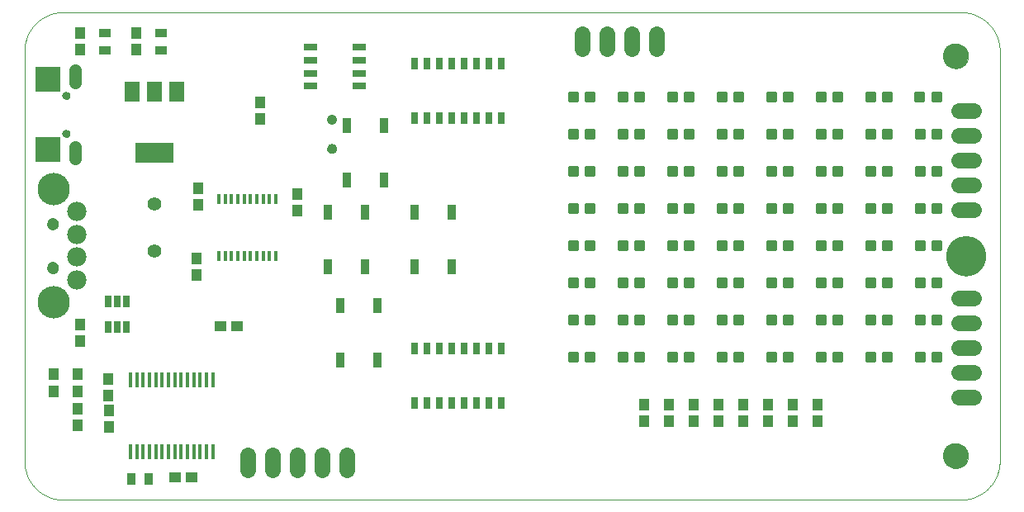
<source format=gts>
G75*
%MOIN*%
%OFA0B0*%
%FSLAX25Y25*%
%IPPOS*%
%LPD*%
%AMOC8*
5,1,8,0,0,1.08239X$1,22.5*
%
%ADD10C,0.00000*%
%ADD11C,0.16148*%
%ADD12C,0.01301*%
%ADD13R,0.04337X0.04731*%
%ADD14C,0.07800*%
%ADD15C,0.13061*%
%ADD16C,0.04731*%
%ADD17R,0.06300X0.08300*%
%ADD18R,0.15400X0.08300*%
%ADD19R,0.05124X0.03550*%
%ADD20R,0.01600X0.04300*%
%ADD21C,0.05600*%
%ADD22R,0.02762X0.05124*%
%ADD23R,0.03400X0.06400*%
%ADD24C,0.06400*%
%ADD25R,0.02565X0.05124*%
%ADD26R,0.04731X0.04337*%
%ADD27C,0.10243*%
%ADD28R,0.05400X0.02900*%
%ADD29C,0.03943*%
%ADD30C,0.03156*%
%ADD31R,0.10243X0.10243*%
%ADD32C,0.05156*%
%ADD33R,0.01770X0.05900*%
%ADD34R,0.03550X0.05124*%
D10*
X0059668Y0020048D02*
X0059668Y0185402D01*
X0059673Y0185783D01*
X0059686Y0186163D01*
X0059709Y0186543D01*
X0059742Y0186922D01*
X0059783Y0187300D01*
X0059833Y0187677D01*
X0059893Y0188053D01*
X0059961Y0188428D01*
X0060039Y0188800D01*
X0060126Y0189171D01*
X0060221Y0189539D01*
X0060326Y0189905D01*
X0060439Y0190268D01*
X0060561Y0190629D01*
X0060691Y0190986D01*
X0060831Y0191340D01*
X0060978Y0191691D01*
X0061135Y0192038D01*
X0061299Y0192381D01*
X0061472Y0192720D01*
X0061653Y0193055D01*
X0061842Y0193386D01*
X0062039Y0193711D01*
X0062243Y0194032D01*
X0062456Y0194348D01*
X0062676Y0194658D01*
X0062903Y0194964D01*
X0063138Y0195263D01*
X0063380Y0195557D01*
X0063628Y0195845D01*
X0063884Y0196127D01*
X0064147Y0196402D01*
X0064416Y0196671D01*
X0064691Y0196934D01*
X0064973Y0197190D01*
X0065261Y0197438D01*
X0065555Y0197680D01*
X0065854Y0197915D01*
X0066160Y0198142D01*
X0066470Y0198362D01*
X0066786Y0198575D01*
X0067107Y0198779D01*
X0067432Y0198976D01*
X0067763Y0199165D01*
X0068098Y0199346D01*
X0068437Y0199519D01*
X0068780Y0199683D01*
X0069127Y0199840D01*
X0069478Y0199987D01*
X0069832Y0200127D01*
X0070189Y0200257D01*
X0070550Y0200379D01*
X0070913Y0200492D01*
X0071279Y0200597D01*
X0071647Y0200692D01*
X0072018Y0200779D01*
X0072390Y0200857D01*
X0072765Y0200925D01*
X0073141Y0200985D01*
X0073518Y0201035D01*
X0073896Y0201076D01*
X0074275Y0201109D01*
X0074655Y0201132D01*
X0075035Y0201145D01*
X0075416Y0201150D01*
X0437620Y0201150D01*
X0438001Y0201145D01*
X0438381Y0201132D01*
X0438761Y0201109D01*
X0439140Y0201076D01*
X0439518Y0201035D01*
X0439895Y0200985D01*
X0440271Y0200925D01*
X0440646Y0200857D01*
X0441018Y0200779D01*
X0441389Y0200692D01*
X0441757Y0200597D01*
X0442123Y0200492D01*
X0442486Y0200379D01*
X0442847Y0200257D01*
X0443204Y0200127D01*
X0443558Y0199987D01*
X0443909Y0199840D01*
X0444256Y0199683D01*
X0444599Y0199519D01*
X0444938Y0199346D01*
X0445273Y0199165D01*
X0445604Y0198976D01*
X0445929Y0198779D01*
X0446250Y0198575D01*
X0446566Y0198362D01*
X0446876Y0198142D01*
X0447182Y0197915D01*
X0447481Y0197680D01*
X0447775Y0197438D01*
X0448063Y0197190D01*
X0448345Y0196934D01*
X0448620Y0196671D01*
X0448889Y0196402D01*
X0449152Y0196127D01*
X0449408Y0195845D01*
X0449656Y0195557D01*
X0449898Y0195263D01*
X0450133Y0194964D01*
X0450360Y0194658D01*
X0450580Y0194348D01*
X0450793Y0194032D01*
X0450997Y0193711D01*
X0451194Y0193386D01*
X0451383Y0193055D01*
X0451564Y0192720D01*
X0451737Y0192381D01*
X0451901Y0192038D01*
X0452058Y0191691D01*
X0452205Y0191340D01*
X0452345Y0190986D01*
X0452475Y0190629D01*
X0452597Y0190268D01*
X0452710Y0189905D01*
X0452815Y0189539D01*
X0452910Y0189171D01*
X0452997Y0188800D01*
X0453075Y0188428D01*
X0453143Y0188053D01*
X0453203Y0187677D01*
X0453253Y0187300D01*
X0453294Y0186922D01*
X0453327Y0186543D01*
X0453350Y0186163D01*
X0453363Y0185783D01*
X0453368Y0185402D01*
X0453369Y0185402D02*
X0453369Y0020048D01*
X0453368Y0020048D02*
X0453363Y0019667D01*
X0453350Y0019287D01*
X0453327Y0018907D01*
X0453294Y0018528D01*
X0453253Y0018150D01*
X0453203Y0017773D01*
X0453143Y0017397D01*
X0453075Y0017022D01*
X0452997Y0016650D01*
X0452910Y0016279D01*
X0452815Y0015911D01*
X0452710Y0015545D01*
X0452597Y0015182D01*
X0452475Y0014821D01*
X0452345Y0014464D01*
X0452205Y0014110D01*
X0452058Y0013759D01*
X0451901Y0013412D01*
X0451737Y0013069D01*
X0451564Y0012730D01*
X0451383Y0012395D01*
X0451194Y0012064D01*
X0450997Y0011739D01*
X0450793Y0011418D01*
X0450580Y0011102D01*
X0450360Y0010792D01*
X0450133Y0010486D01*
X0449898Y0010187D01*
X0449656Y0009893D01*
X0449408Y0009605D01*
X0449152Y0009323D01*
X0448889Y0009048D01*
X0448620Y0008779D01*
X0448345Y0008516D01*
X0448063Y0008260D01*
X0447775Y0008012D01*
X0447481Y0007770D01*
X0447182Y0007535D01*
X0446876Y0007308D01*
X0446566Y0007088D01*
X0446250Y0006875D01*
X0445929Y0006671D01*
X0445604Y0006474D01*
X0445273Y0006285D01*
X0444938Y0006104D01*
X0444599Y0005931D01*
X0444256Y0005767D01*
X0443909Y0005610D01*
X0443558Y0005463D01*
X0443204Y0005323D01*
X0442847Y0005193D01*
X0442486Y0005071D01*
X0442123Y0004958D01*
X0441757Y0004853D01*
X0441389Y0004758D01*
X0441018Y0004671D01*
X0440646Y0004593D01*
X0440271Y0004525D01*
X0439895Y0004465D01*
X0439518Y0004415D01*
X0439140Y0004374D01*
X0438761Y0004341D01*
X0438381Y0004318D01*
X0438001Y0004305D01*
X0437620Y0004300D01*
X0075416Y0004300D01*
X0075035Y0004305D01*
X0074655Y0004318D01*
X0074275Y0004341D01*
X0073896Y0004374D01*
X0073518Y0004415D01*
X0073141Y0004465D01*
X0072765Y0004525D01*
X0072390Y0004593D01*
X0072018Y0004671D01*
X0071647Y0004758D01*
X0071279Y0004853D01*
X0070913Y0004958D01*
X0070550Y0005071D01*
X0070189Y0005193D01*
X0069832Y0005323D01*
X0069478Y0005463D01*
X0069127Y0005610D01*
X0068780Y0005767D01*
X0068437Y0005931D01*
X0068098Y0006104D01*
X0067763Y0006285D01*
X0067432Y0006474D01*
X0067107Y0006671D01*
X0066786Y0006875D01*
X0066470Y0007088D01*
X0066160Y0007308D01*
X0065854Y0007535D01*
X0065555Y0007770D01*
X0065261Y0008012D01*
X0064973Y0008260D01*
X0064691Y0008516D01*
X0064416Y0008779D01*
X0064147Y0009048D01*
X0063884Y0009323D01*
X0063628Y0009605D01*
X0063380Y0009893D01*
X0063138Y0010187D01*
X0062903Y0010486D01*
X0062676Y0010792D01*
X0062456Y0011102D01*
X0062243Y0011418D01*
X0062039Y0011739D01*
X0061842Y0012064D01*
X0061653Y0012395D01*
X0061472Y0012730D01*
X0061299Y0013069D01*
X0061135Y0013412D01*
X0060978Y0013759D01*
X0060831Y0014110D01*
X0060691Y0014464D01*
X0060561Y0014821D01*
X0060439Y0015182D01*
X0060326Y0015545D01*
X0060221Y0015911D01*
X0060126Y0016279D01*
X0060039Y0016650D01*
X0059961Y0017022D01*
X0059893Y0017397D01*
X0059833Y0017773D01*
X0059783Y0018150D01*
X0059742Y0018528D01*
X0059709Y0018907D01*
X0059686Y0019287D01*
X0059673Y0019667D01*
X0059668Y0020048D01*
X0068920Y0097942D02*
X0068922Y0098035D01*
X0068928Y0098127D01*
X0068938Y0098219D01*
X0068952Y0098310D01*
X0068969Y0098401D01*
X0068991Y0098491D01*
X0069016Y0098580D01*
X0069045Y0098668D01*
X0069078Y0098754D01*
X0069115Y0098839D01*
X0069155Y0098923D01*
X0069199Y0099004D01*
X0069246Y0099084D01*
X0069296Y0099162D01*
X0069350Y0099237D01*
X0069407Y0099310D01*
X0069467Y0099380D01*
X0069530Y0099448D01*
X0069596Y0099513D01*
X0069664Y0099575D01*
X0069735Y0099635D01*
X0069809Y0099691D01*
X0069885Y0099744D01*
X0069963Y0099793D01*
X0070043Y0099840D01*
X0070125Y0099882D01*
X0070209Y0099922D01*
X0070294Y0099957D01*
X0070381Y0099989D01*
X0070469Y0100018D01*
X0070558Y0100042D01*
X0070648Y0100063D01*
X0070739Y0100079D01*
X0070831Y0100092D01*
X0070923Y0100101D01*
X0071016Y0100106D01*
X0071108Y0100107D01*
X0071201Y0100104D01*
X0071293Y0100097D01*
X0071385Y0100086D01*
X0071476Y0100071D01*
X0071567Y0100053D01*
X0071657Y0100030D01*
X0071745Y0100004D01*
X0071833Y0099974D01*
X0071919Y0099940D01*
X0072003Y0099903D01*
X0072086Y0099861D01*
X0072167Y0099817D01*
X0072247Y0099769D01*
X0072324Y0099718D01*
X0072398Y0099663D01*
X0072471Y0099605D01*
X0072541Y0099545D01*
X0072608Y0099481D01*
X0072672Y0099415D01*
X0072734Y0099345D01*
X0072792Y0099274D01*
X0072847Y0099200D01*
X0072899Y0099123D01*
X0072948Y0099044D01*
X0072994Y0098964D01*
X0073036Y0098881D01*
X0073074Y0098797D01*
X0073109Y0098711D01*
X0073140Y0098624D01*
X0073167Y0098536D01*
X0073190Y0098446D01*
X0073210Y0098356D01*
X0073226Y0098265D01*
X0073238Y0098173D01*
X0073246Y0098081D01*
X0073250Y0097988D01*
X0073250Y0097896D01*
X0073246Y0097803D01*
X0073238Y0097711D01*
X0073226Y0097619D01*
X0073210Y0097528D01*
X0073190Y0097438D01*
X0073167Y0097348D01*
X0073140Y0097260D01*
X0073109Y0097173D01*
X0073074Y0097087D01*
X0073036Y0097003D01*
X0072994Y0096920D01*
X0072948Y0096840D01*
X0072899Y0096761D01*
X0072847Y0096684D01*
X0072792Y0096610D01*
X0072734Y0096539D01*
X0072672Y0096469D01*
X0072608Y0096403D01*
X0072541Y0096339D01*
X0072471Y0096279D01*
X0072398Y0096221D01*
X0072324Y0096166D01*
X0072247Y0096115D01*
X0072168Y0096067D01*
X0072086Y0096023D01*
X0072003Y0095981D01*
X0071919Y0095944D01*
X0071833Y0095910D01*
X0071745Y0095880D01*
X0071657Y0095854D01*
X0071567Y0095831D01*
X0071476Y0095813D01*
X0071385Y0095798D01*
X0071293Y0095787D01*
X0071201Y0095780D01*
X0071108Y0095777D01*
X0071016Y0095778D01*
X0070923Y0095783D01*
X0070831Y0095792D01*
X0070739Y0095805D01*
X0070648Y0095821D01*
X0070558Y0095842D01*
X0070469Y0095866D01*
X0070381Y0095895D01*
X0070294Y0095927D01*
X0070209Y0095962D01*
X0070125Y0096002D01*
X0070043Y0096044D01*
X0069963Y0096091D01*
X0069885Y0096140D01*
X0069809Y0096193D01*
X0069735Y0096249D01*
X0069664Y0096309D01*
X0069596Y0096371D01*
X0069530Y0096436D01*
X0069467Y0096504D01*
X0069407Y0096574D01*
X0069350Y0096647D01*
X0069296Y0096722D01*
X0069246Y0096800D01*
X0069199Y0096880D01*
X0069155Y0096961D01*
X0069115Y0097045D01*
X0069078Y0097130D01*
X0069045Y0097216D01*
X0069016Y0097304D01*
X0068991Y0097393D01*
X0068969Y0097483D01*
X0068952Y0097574D01*
X0068938Y0097665D01*
X0068928Y0097757D01*
X0068922Y0097849D01*
X0068920Y0097942D01*
X0068920Y0115658D02*
X0068922Y0115751D01*
X0068928Y0115843D01*
X0068938Y0115935D01*
X0068952Y0116026D01*
X0068969Y0116117D01*
X0068991Y0116207D01*
X0069016Y0116296D01*
X0069045Y0116384D01*
X0069078Y0116470D01*
X0069115Y0116555D01*
X0069155Y0116639D01*
X0069199Y0116720D01*
X0069246Y0116800D01*
X0069296Y0116878D01*
X0069350Y0116953D01*
X0069407Y0117026D01*
X0069467Y0117096D01*
X0069530Y0117164D01*
X0069596Y0117229D01*
X0069664Y0117291D01*
X0069735Y0117351D01*
X0069809Y0117407D01*
X0069885Y0117460D01*
X0069963Y0117509D01*
X0070043Y0117556D01*
X0070125Y0117598D01*
X0070209Y0117638D01*
X0070294Y0117673D01*
X0070381Y0117705D01*
X0070469Y0117734D01*
X0070558Y0117758D01*
X0070648Y0117779D01*
X0070739Y0117795D01*
X0070831Y0117808D01*
X0070923Y0117817D01*
X0071016Y0117822D01*
X0071108Y0117823D01*
X0071201Y0117820D01*
X0071293Y0117813D01*
X0071385Y0117802D01*
X0071476Y0117787D01*
X0071567Y0117769D01*
X0071657Y0117746D01*
X0071745Y0117720D01*
X0071833Y0117690D01*
X0071919Y0117656D01*
X0072003Y0117619D01*
X0072086Y0117577D01*
X0072167Y0117533D01*
X0072247Y0117485D01*
X0072324Y0117434D01*
X0072398Y0117379D01*
X0072471Y0117321D01*
X0072541Y0117261D01*
X0072608Y0117197D01*
X0072672Y0117131D01*
X0072734Y0117061D01*
X0072792Y0116990D01*
X0072847Y0116916D01*
X0072899Y0116839D01*
X0072948Y0116760D01*
X0072994Y0116680D01*
X0073036Y0116597D01*
X0073074Y0116513D01*
X0073109Y0116427D01*
X0073140Y0116340D01*
X0073167Y0116252D01*
X0073190Y0116162D01*
X0073210Y0116072D01*
X0073226Y0115981D01*
X0073238Y0115889D01*
X0073246Y0115797D01*
X0073250Y0115704D01*
X0073250Y0115612D01*
X0073246Y0115519D01*
X0073238Y0115427D01*
X0073226Y0115335D01*
X0073210Y0115244D01*
X0073190Y0115154D01*
X0073167Y0115064D01*
X0073140Y0114976D01*
X0073109Y0114889D01*
X0073074Y0114803D01*
X0073036Y0114719D01*
X0072994Y0114636D01*
X0072948Y0114556D01*
X0072899Y0114477D01*
X0072847Y0114400D01*
X0072792Y0114326D01*
X0072734Y0114255D01*
X0072672Y0114185D01*
X0072608Y0114119D01*
X0072541Y0114055D01*
X0072471Y0113995D01*
X0072398Y0113937D01*
X0072324Y0113882D01*
X0072247Y0113831D01*
X0072168Y0113783D01*
X0072086Y0113739D01*
X0072003Y0113697D01*
X0071919Y0113660D01*
X0071833Y0113626D01*
X0071745Y0113596D01*
X0071657Y0113570D01*
X0071567Y0113547D01*
X0071476Y0113529D01*
X0071385Y0113514D01*
X0071293Y0113503D01*
X0071201Y0113496D01*
X0071108Y0113493D01*
X0071016Y0113494D01*
X0070923Y0113499D01*
X0070831Y0113508D01*
X0070739Y0113521D01*
X0070648Y0113537D01*
X0070558Y0113558D01*
X0070469Y0113582D01*
X0070381Y0113611D01*
X0070294Y0113643D01*
X0070209Y0113678D01*
X0070125Y0113718D01*
X0070043Y0113760D01*
X0069963Y0113807D01*
X0069885Y0113856D01*
X0069809Y0113909D01*
X0069735Y0113965D01*
X0069664Y0114025D01*
X0069596Y0114087D01*
X0069530Y0114152D01*
X0069467Y0114220D01*
X0069407Y0114290D01*
X0069350Y0114363D01*
X0069296Y0114438D01*
X0069246Y0114516D01*
X0069199Y0114596D01*
X0069155Y0114677D01*
X0069115Y0114761D01*
X0069078Y0114846D01*
X0069045Y0114932D01*
X0069016Y0115020D01*
X0068991Y0115109D01*
X0068969Y0115199D01*
X0068952Y0115290D01*
X0068938Y0115381D01*
X0068928Y0115473D01*
X0068922Y0115565D01*
X0068920Y0115658D01*
X0067935Y0144457D02*
X0070298Y0144457D01*
X0070297Y0144457D02*
X0070360Y0144465D01*
X0070422Y0144476D01*
X0070484Y0144491D01*
X0070544Y0144509D01*
X0070604Y0144531D01*
X0070662Y0144556D01*
X0070718Y0144585D01*
X0070773Y0144617D01*
X0070825Y0144652D01*
X0070876Y0144690D01*
X0070924Y0144730D01*
X0070970Y0144774D01*
X0071013Y0144820D01*
X0071054Y0144869D01*
X0071092Y0144920D01*
X0071126Y0144972D01*
X0071158Y0145027D01*
X0071186Y0145084D01*
X0071211Y0145142D01*
X0071232Y0145202D01*
X0071250Y0145262D01*
X0071264Y0145324D01*
X0071275Y0145386D01*
X0071282Y0145449D01*
X0071286Y0145512D01*
X0071285Y0145575D01*
X0071282Y0145638D01*
X0071282Y0145639D02*
X0071285Y0145702D01*
X0071286Y0145765D01*
X0071282Y0145828D01*
X0071275Y0145891D01*
X0071264Y0145953D01*
X0071250Y0146015D01*
X0071232Y0146075D01*
X0071211Y0146135D01*
X0071186Y0146193D01*
X0071158Y0146250D01*
X0071126Y0146305D01*
X0071092Y0146357D01*
X0071054Y0146408D01*
X0071013Y0146457D01*
X0070970Y0146503D01*
X0070924Y0146547D01*
X0070876Y0146587D01*
X0070825Y0146625D01*
X0070773Y0146660D01*
X0070718Y0146692D01*
X0070662Y0146721D01*
X0070604Y0146746D01*
X0070544Y0146768D01*
X0070484Y0146786D01*
X0070422Y0146801D01*
X0070360Y0146812D01*
X0070297Y0146820D01*
X0070298Y0146820D02*
X0067935Y0146820D01*
X0067936Y0146820D02*
X0067870Y0146812D01*
X0067806Y0146800D01*
X0067742Y0146784D01*
X0067679Y0146765D01*
X0067618Y0146741D01*
X0067558Y0146714D01*
X0067500Y0146684D01*
X0067444Y0146650D01*
X0067390Y0146613D01*
X0067338Y0146572D01*
X0067289Y0146528D01*
X0067242Y0146482D01*
X0067199Y0146433D01*
X0067158Y0146381D01*
X0067121Y0146327D01*
X0067087Y0146271D01*
X0067057Y0146213D01*
X0067030Y0146153D01*
X0067006Y0146092D01*
X0066987Y0146029D01*
X0066971Y0145965D01*
X0066959Y0145901D01*
X0066951Y0145835D01*
X0066947Y0145770D01*
X0066947Y0145704D01*
X0066951Y0145639D01*
X0066951Y0145638D02*
X0066947Y0145573D01*
X0066947Y0145507D01*
X0066951Y0145442D01*
X0066959Y0145376D01*
X0066971Y0145312D01*
X0066987Y0145248D01*
X0067006Y0145185D01*
X0067030Y0145124D01*
X0067057Y0145064D01*
X0067087Y0145006D01*
X0067121Y0144950D01*
X0067158Y0144896D01*
X0067199Y0144844D01*
X0067242Y0144795D01*
X0067289Y0144749D01*
X0067338Y0144705D01*
X0067390Y0144664D01*
X0067444Y0144627D01*
X0067500Y0144593D01*
X0067558Y0144563D01*
X0067618Y0144536D01*
X0067679Y0144512D01*
X0067742Y0144493D01*
X0067806Y0144477D01*
X0067870Y0144465D01*
X0067936Y0144457D01*
X0075219Y0152135D02*
X0075221Y0152209D01*
X0075227Y0152283D01*
X0075237Y0152356D01*
X0075251Y0152429D01*
X0075268Y0152501D01*
X0075290Y0152571D01*
X0075315Y0152641D01*
X0075344Y0152709D01*
X0075377Y0152775D01*
X0075413Y0152840D01*
X0075453Y0152902D01*
X0075495Y0152963D01*
X0075541Y0153021D01*
X0075590Y0153076D01*
X0075642Y0153129D01*
X0075697Y0153179D01*
X0075754Y0153225D01*
X0075814Y0153269D01*
X0075876Y0153309D01*
X0075940Y0153346D01*
X0076006Y0153380D01*
X0076074Y0153410D01*
X0076143Y0153436D01*
X0076214Y0153459D01*
X0076285Y0153477D01*
X0076358Y0153492D01*
X0076431Y0153503D01*
X0076505Y0153510D01*
X0076579Y0153513D01*
X0076652Y0153512D01*
X0076726Y0153507D01*
X0076800Y0153498D01*
X0076873Y0153485D01*
X0076945Y0153468D01*
X0077016Y0153448D01*
X0077086Y0153423D01*
X0077154Y0153395D01*
X0077221Y0153364D01*
X0077286Y0153328D01*
X0077349Y0153290D01*
X0077410Y0153248D01*
X0077469Y0153202D01*
X0077525Y0153154D01*
X0077578Y0153103D01*
X0077628Y0153049D01*
X0077676Y0152992D01*
X0077720Y0152933D01*
X0077762Y0152871D01*
X0077800Y0152808D01*
X0077834Y0152742D01*
X0077865Y0152675D01*
X0077892Y0152606D01*
X0077915Y0152536D01*
X0077935Y0152465D01*
X0077951Y0152392D01*
X0077963Y0152319D01*
X0077971Y0152246D01*
X0077975Y0152172D01*
X0077975Y0152098D01*
X0077971Y0152024D01*
X0077963Y0151951D01*
X0077951Y0151878D01*
X0077935Y0151805D01*
X0077915Y0151734D01*
X0077892Y0151664D01*
X0077865Y0151595D01*
X0077834Y0151528D01*
X0077800Y0151462D01*
X0077762Y0151399D01*
X0077720Y0151337D01*
X0077676Y0151278D01*
X0077628Y0151221D01*
X0077578Y0151167D01*
X0077525Y0151116D01*
X0077469Y0151068D01*
X0077410Y0151022D01*
X0077349Y0150980D01*
X0077286Y0150942D01*
X0077221Y0150906D01*
X0077154Y0150875D01*
X0077086Y0150847D01*
X0077016Y0150822D01*
X0076945Y0150802D01*
X0076873Y0150785D01*
X0076800Y0150772D01*
X0076726Y0150763D01*
X0076652Y0150758D01*
X0076579Y0150757D01*
X0076505Y0150760D01*
X0076431Y0150767D01*
X0076358Y0150778D01*
X0076285Y0150793D01*
X0076214Y0150811D01*
X0076143Y0150834D01*
X0076074Y0150860D01*
X0076006Y0150890D01*
X0075940Y0150924D01*
X0075876Y0150961D01*
X0075814Y0151001D01*
X0075754Y0151045D01*
X0075697Y0151091D01*
X0075642Y0151141D01*
X0075590Y0151194D01*
X0075541Y0151249D01*
X0075495Y0151307D01*
X0075453Y0151368D01*
X0075413Y0151430D01*
X0075377Y0151495D01*
X0075344Y0151561D01*
X0075315Y0151629D01*
X0075290Y0151699D01*
X0075268Y0151769D01*
X0075251Y0151841D01*
X0075237Y0151914D01*
X0075227Y0151987D01*
X0075221Y0152061D01*
X0075219Y0152135D01*
X0075219Y0167489D02*
X0075221Y0167563D01*
X0075227Y0167637D01*
X0075237Y0167710D01*
X0075251Y0167783D01*
X0075268Y0167855D01*
X0075290Y0167925D01*
X0075315Y0167995D01*
X0075344Y0168063D01*
X0075377Y0168129D01*
X0075413Y0168194D01*
X0075453Y0168256D01*
X0075495Y0168317D01*
X0075541Y0168375D01*
X0075590Y0168430D01*
X0075642Y0168483D01*
X0075697Y0168533D01*
X0075754Y0168579D01*
X0075814Y0168623D01*
X0075876Y0168663D01*
X0075940Y0168700D01*
X0076006Y0168734D01*
X0076074Y0168764D01*
X0076143Y0168790D01*
X0076214Y0168813D01*
X0076285Y0168831D01*
X0076358Y0168846D01*
X0076431Y0168857D01*
X0076505Y0168864D01*
X0076579Y0168867D01*
X0076652Y0168866D01*
X0076726Y0168861D01*
X0076800Y0168852D01*
X0076873Y0168839D01*
X0076945Y0168822D01*
X0077016Y0168802D01*
X0077086Y0168777D01*
X0077154Y0168749D01*
X0077221Y0168718D01*
X0077286Y0168682D01*
X0077349Y0168644D01*
X0077410Y0168602D01*
X0077469Y0168556D01*
X0077525Y0168508D01*
X0077578Y0168457D01*
X0077628Y0168403D01*
X0077676Y0168346D01*
X0077720Y0168287D01*
X0077762Y0168225D01*
X0077800Y0168162D01*
X0077834Y0168096D01*
X0077865Y0168029D01*
X0077892Y0167960D01*
X0077915Y0167890D01*
X0077935Y0167819D01*
X0077951Y0167746D01*
X0077963Y0167673D01*
X0077971Y0167600D01*
X0077975Y0167526D01*
X0077975Y0167452D01*
X0077971Y0167378D01*
X0077963Y0167305D01*
X0077951Y0167232D01*
X0077935Y0167159D01*
X0077915Y0167088D01*
X0077892Y0167018D01*
X0077865Y0166949D01*
X0077834Y0166882D01*
X0077800Y0166816D01*
X0077762Y0166753D01*
X0077720Y0166691D01*
X0077676Y0166632D01*
X0077628Y0166575D01*
X0077578Y0166521D01*
X0077525Y0166470D01*
X0077469Y0166422D01*
X0077410Y0166376D01*
X0077349Y0166334D01*
X0077286Y0166296D01*
X0077221Y0166260D01*
X0077154Y0166229D01*
X0077086Y0166201D01*
X0077016Y0166176D01*
X0076945Y0166156D01*
X0076873Y0166139D01*
X0076800Y0166126D01*
X0076726Y0166117D01*
X0076652Y0166112D01*
X0076579Y0166111D01*
X0076505Y0166114D01*
X0076431Y0166121D01*
X0076358Y0166132D01*
X0076285Y0166147D01*
X0076214Y0166165D01*
X0076143Y0166188D01*
X0076074Y0166214D01*
X0076006Y0166244D01*
X0075940Y0166278D01*
X0075876Y0166315D01*
X0075814Y0166355D01*
X0075754Y0166399D01*
X0075697Y0166445D01*
X0075642Y0166495D01*
X0075590Y0166548D01*
X0075541Y0166603D01*
X0075495Y0166661D01*
X0075453Y0166722D01*
X0075413Y0166784D01*
X0075377Y0166849D01*
X0075344Y0166915D01*
X0075315Y0166983D01*
X0075290Y0167053D01*
X0075268Y0167123D01*
X0075251Y0167195D01*
X0075237Y0167268D01*
X0075227Y0167341D01*
X0075221Y0167415D01*
X0075219Y0167489D01*
X0070298Y0172804D02*
X0067935Y0172804D01*
X0067936Y0172804D02*
X0067870Y0172812D01*
X0067806Y0172824D01*
X0067742Y0172840D01*
X0067679Y0172859D01*
X0067618Y0172883D01*
X0067558Y0172910D01*
X0067500Y0172940D01*
X0067444Y0172974D01*
X0067390Y0173011D01*
X0067338Y0173052D01*
X0067289Y0173096D01*
X0067242Y0173142D01*
X0067199Y0173191D01*
X0067158Y0173243D01*
X0067121Y0173297D01*
X0067087Y0173353D01*
X0067057Y0173411D01*
X0067030Y0173471D01*
X0067006Y0173532D01*
X0066987Y0173595D01*
X0066971Y0173659D01*
X0066959Y0173723D01*
X0066951Y0173789D01*
X0066947Y0173854D01*
X0066947Y0173920D01*
X0066951Y0173985D01*
X0066947Y0174050D01*
X0066947Y0174116D01*
X0066951Y0174181D01*
X0066959Y0174247D01*
X0066971Y0174311D01*
X0066987Y0174375D01*
X0067006Y0174438D01*
X0067030Y0174499D01*
X0067057Y0174559D01*
X0067087Y0174617D01*
X0067121Y0174673D01*
X0067158Y0174727D01*
X0067199Y0174779D01*
X0067242Y0174828D01*
X0067289Y0174874D01*
X0067338Y0174918D01*
X0067390Y0174959D01*
X0067444Y0174996D01*
X0067500Y0175030D01*
X0067558Y0175060D01*
X0067618Y0175087D01*
X0067679Y0175111D01*
X0067742Y0175130D01*
X0067806Y0175146D01*
X0067870Y0175158D01*
X0067936Y0175166D01*
X0067935Y0175166D02*
X0070298Y0175166D01*
X0070297Y0175166D02*
X0070360Y0175158D01*
X0070422Y0175147D01*
X0070484Y0175132D01*
X0070544Y0175114D01*
X0070604Y0175092D01*
X0070662Y0175067D01*
X0070718Y0175038D01*
X0070773Y0175006D01*
X0070825Y0174971D01*
X0070876Y0174933D01*
X0070924Y0174893D01*
X0070970Y0174849D01*
X0071013Y0174803D01*
X0071054Y0174754D01*
X0071092Y0174703D01*
X0071126Y0174651D01*
X0071158Y0174596D01*
X0071186Y0174539D01*
X0071211Y0174481D01*
X0071232Y0174421D01*
X0071250Y0174361D01*
X0071264Y0174299D01*
X0071275Y0174237D01*
X0071282Y0174174D01*
X0071286Y0174111D01*
X0071285Y0174048D01*
X0071282Y0173985D01*
X0071285Y0173922D01*
X0071286Y0173859D01*
X0071282Y0173796D01*
X0071275Y0173733D01*
X0071264Y0173671D01*
X0071250Y0173609D01*
X0071232Y0173549D01*
X0071211Y0173489D01*
X0071186Y0173431D01*
X0071158Y0173374D01*
X0071126Y0173319D01*
X0071092Y0173267D01*
X0071054Y0173216D01*
X0071013Y0173167D01*
X0070970Y0173121D01*
X0070924Y0173077D01*
X0070876Y0173037D01*
X0070825Y0172999D01*
X0070773Y0172964D01*
X0070718Y0172932D01*
X0070662Y0172903D01*
X0070604Y0172878D01*
X0070544Y0172856D01*
X0070484Y0172838D01*
X0070422Y0172823D01*
X0070360Y0172812D01*
X0070297Y0172804D01*
X0181911Y0157843D02*
X0181913Y0157927D01*
X0181919Y0158010D01*
X0181929Y0158093D01*
X0181943Y0158176D01*
X0181960Y0158258D01*
X0181982Y0158339D01*
X0182007Y0158418D01*
X0182036Y0158497D01*
X0182069Y0158574D01*
X0182105Y0158649D01*
X0182145Y0158723D01*
X0182188Y0158795D01*
X0182235Y0158864D01*
X0182285Y0158931D01*
X0182338Y0158996D01*
X0182394Y0159058D01*
X0182452Y0159118D01*
X0182514Y0159175D01*
X0182578Y0159228D01*
X0182645Y0159279D01*
X0182714Y0159326D01*
X0182785Y0159371D01*
X0182858Y0159411D01*
X0182933Y0159448D01*
X0183010Y0159482D01*
X0183088Y0159512D01*
X0183167Y0159538D01*
X0183248Y0159561D01*
X0183330Y0159579D01*
X0183412Y0159594D01*
X0183495Y0159605D01*
X0183578Y0159612D01*
X0183662Y0159615D01*
X0183746Y0159614D01*
X0183829Y0159609D01*
X0183913Y0159600D01*
X0183995Y0159587D01*
X0184077Y0159571D01*
X0184158Y0159550D01*
X0184239Y0159526D01*
X0184317Y0159498D01*
X0184395Y0159466D01*
X0184471Y0159430D01*
X0184545Y0159391D01*
X0184617Y0159349D01*
X0184687Y0159303D01*
X0184755Y0159254D01*
X0184820Y0159202D01*
X0184883Y0159147D01*
X0184943Y0159089D01*
X0185001Y0159028D01*
X0185055Y0158964D01*
X0185107Y0158898D01*
X0185155Y0158830D01*
X0185200Y0158759D01*
X0185241Y0158686D01*
X0185280Y0158612D01*
X0185314Y0158536D01*
X0185345Y0158458D01*
X0185372Y0158379D01*
X0185396Y0158298D01*
X0185415Y0158217D01*
X0185431Y0158135D01*
X0185443Y0158052D01*
X0185451Y0157968D01*
X0185455Y0157885D01*
X0185455Y0157801D01*
X0185451Y0157718D01*
X0185443Y0157634D01*
X0185431Y0157551D01*
X0185415Y0157469D01*
X0185396Y0157388D01*
X0185372Y0157307D01*
X0185345Y0157228D01*
X0185314Y0157150D01*
X0185280Y0157074D01*
X0185241Y0157000D01*
X0185200Y0156927D01*
X0185155Y0156856D01*
X0185107Y0156788D01*
X0185055Y0156722D01*
X0185001Y0156658D01*
X0184943Y0156597D01*
X0184883Y0156539D01*
X0184820Y0156484D01*
X0184755Y0156432D01*
X0184687Y0156383D01*
X0184617Y0156337D01*
X0184545Y0156295D01*
X0184471Y0156256D01*
X0184395Y0156220D01*
X0184317Y0156188D01*
X0184239Y0156160D01*
X0184158Y0156136D01*
X0184077Y0156115D01*
X0183995Y0156099D01*
X0183913Y0156086D01*
X0183829Y0156077D01*
X0183746Y0156072D01*
X0183662Y0156071D01*
X0183578Y0156074D01*
X0183495Y0156081D01*
X0183412Y0156092D01*
X0183330Y0156107D01*
X0183248Y0156125D01*
X0183167Y0156148D01*
X0183088Y0156174D01*
X0183010Y0156204D01*
X0182933Y0156238D01*
X0182858Y0156275D01*
X0182785Y0156315D01*
X0182714Y0156360D01*
X0182645Y0156407D01*
X0182578Y0156458D01*
X0182514Y0156511D01*
X0182452Y0156568D01*
X0182394Y0156628D01*
X0182338Y0156690D01*
X0182285Y0156755D01*
X0182235Y0156822D01*
X0182188Y0156891D01*
X0182145Y0156963D01*
X0182105Y0157037D01*
X0182069Y0157112D01*
X0182036Y0157189D01*
X0182007Y0157268D01*
X0181982Y0157347D01*
X0181960Y0157428D01*
X0181943Y0157510D01*
X0181929Y0157593D01*
X0181919Y0157676D01*
X0181913Y0157759D01*
X0181911Y0157843D01*
X0181911Y0146032D02*
X0181913Y0146116D01*
X0181919Y0146199D01*
X0181929Y0146282D01*
X0181943Y0146365D01*
X0181960Y0146447D01*
X0181982Y0146528D01*
X0182007Y0146607D01*
X0182036Y0146686D01*
X0182069Y0146763D01*
X0182105Y0146838D01*
X0182145Y0146912D01*
X0182188Y0146984D01*
X0182235Y0147053D01*
X0182285Y0147120D01*
X0182338Y0147185D01*
X0182394Y0147247D01*
X0182452Y0147307D01*
X0182514Y0147364D01*
X0182578Y0147417D01*
X0182645Y0147468D01*
X0182714Y0147515D01*
X0182785Y0147560D01*
X0182858Y0147600D01*
X0182933Y0147637D01*
X0183010Y0147671D01*
X0183088Y0147701D01*
X0183167Y0147727D01*
X0183248Y0147750D01*
X0183330Y0147768D01*
X0183412Y0147783D01*
X0183495Y0147794D01*
X0183578Y0147801D01*
X0183662Y0147804D01*
X0183746Y0147803D01*
X0183829Y0147798D01*
X0183913Y0147789D01*
X0183995Y0147776D01*
X0184077Y0147760D01*
X0184158Y0147739D01*
X0184239Y0147715D01*
X0184317Y0147687D01*
X0184395Y0147655D01*
X0184471Y0147619D01*
X0184545Y0147580D01*
X0184617Y0147538D01*
X0184687Y0147492D01*
X0184755Y0147443D01*
X0184820Y0147391D01*
X0184883Y0147336D01*
X0184943Y0147278D01*
X0185001Y0147217D01*
X0185055Y0147153D01*
X0185107Y0147087D01*
X0185155Y0147019D01*
X0185200Y0146948D01*
X0185241Y0146875D01*
X0185280Y0146801D01*
X0185314Y0146725D01*
X0185345Y0146647D01*
X0185372Y0146568D01*
X0185396Y0146487D01*
X0185415Y0146406D01*
X0185431Y0146324D01*
X0185443Y0146241D01*
X0185451Y0146157D01*
X0185455Y0146074D01*
X0185455Y0145990D01*
X0185451Y0145907D01*
X0185443Y0145823D01*
X0185431Y0145740D01*
X0185415Y0145658D01*
X0185396Y0145577D01*
X0185372Y0145496D01*
X0185345Y0145417D01*
X0185314Y0145339D01*
X0185280Y0145263D01*
X0185241Y0145189D01*
X0185200Y0145116D01*
X0185155Y0145045D01*
X0185107Y0144977D01*
X0185055Y0144911D01*
X0185001Y0144847D01*
X0184943Y0144786D01*
X0184883Y0144728D01*
X0184820Y0144673D01*
X0184755Y0144621D01*
X0184687Y0144572D01*
X0184617Y0144526D01*
X0184545Y0144484D01*
X0184471Y0144445D01*
X0184395Y0144409D01*
X0184317Y0144377D01*
X0184239Y0144349D01*
X0184158Y0144325D01*
X0184077Y0144304D01*
X0183995Y0144288D01*
X0183913Y0144275D01*
X0183829Y0144266D01*
X0183746Y0144261D01*
X0183662Y0144260D01*
X0183578Y0144263D01*
X0183495Y0144270D01*
X0183412Y0144281D01*
X0183330Y0144296D01*
X0183248Y0144314D01*
X0183167Y0144337D01*
X0183088Y0144363D01*
X0183010Y0144393D01*
X0182933Y0144427D01*
X0182858Y0144464D01*
X0182785Y0144504D01*
X0182714Y0144549D01*
X0182645Y0144596D01*
X0182578Y0144647D01*
X0182514Y0144700D01*
X0182452Y0144757D01*
X0182394Y0144817D01*
X0182338Y0144879D01*
X0182285Y0144944D01*
X0182235Y0145011D01*
X0182188Y0145080D01*
X0182145Y0145152D01*
X0182105Y0145226D01*
X0182069Y0145301D01*
X0182036Y0145378D01*
X0182007Y0145457D01*
X0181982Y0145536D01*
X0181960Y0145617D01*
X0181943Y0145699D01*
X0181929Y0145782D01*
X0181919Y0145865D01*
X0181913Y0145948D01*
X0181911Y0146032D01*
X0430731Y0183434D02*
X0430733Y0183574D01*
X0430739Y0183714D01*
X0430749Y0183853D01*
X0430763Y0183992D01*
X0430781Y0184131D01*
X0430802Y0184269D01*
X0430828Y0184407D01*
X0430858Y0184544D01*
X0430891Y0184679D01*
X0430929Y0184814D01*
X0430970Y0184948D01*
X0431015Y0185081D01*
X0431063Y0185212D01*
X0431116Y0185341D01*
X0431172Y0185470D01*
X0431231Y0185596D01*
X0431295Y0185721D01*
X0431361Y0185844D01*
X0431432Y0185965D01*
X0431505Y0186084D01*
X0431582Y0186201D01*
X0431663Y0186315D01*
X0431746Y0186427D01*
X0431833Y0186537D01*
X0431923Y0186645D01*
X0432015Y0186749D01*
X0432111Y0186851D01*
X0432210Y0186951D01*
X0432311Y0187047D01*
X0432415Y0187141D01*
X0432522Y0187231D01*
X0432631Y0187318D01*
X0432743Y0187403D01*
X0432857Y0187484D01*
X0432973Y0187562D01*
X0433091Y0187636D01*
X0433212Y0187707D01*
X0433334Y0187775D01*
X0433459Y0187839D01*
X0433585Y0187900D01*
X0433712Y0187957D01*
X0433842Y0188010D01*
X0433973Y0188060D01*
X0434105Y0188105D01*
X0434238Y0188148D01*
X0434373Y0188186D01*
X0434508Y0188220D01*
X0434645Y0188251D01*
X0434782Y0188278D01*
X0434920Y0188300D01*
X0435059Y0188319D01*
X0435198Y0188334D01*
X0435337Y0188345D01*
X0435477Y0188352D01*
X0435617Y0188355D01*
X0435757Y0188354D01*
X0435897Y0188349D01*
X0436036Y0188340D01*
X0436176Y0188327D01*
X0436315Y0188310D01*
X0436453Y0188289D01*
X0436591Y0188265D01*
X0436728Y0188236D01*
X0436864Y0188204D01*
X0436999Y0188167D01*
X0437133Y0188127D01*
X0437266Y0188083D01*
X0437397Y0188035D01*
X0437527Y0187984D01*
X0437656Y0187929D01*
X0437783Y0187870D01*
X0437908Y0187807D01*
X0438031Y0187742D01*
X0438153Y0187672D01*
X0438272Y0187599D01*
X0438390Y0187523D01*
X0438505Y0187444D01*
X0438618Y0187361D01*
X0438728Y0187275D01*
X0438836Y0187186D01*
X0438941Y0187094D01*
X0439044Y0186999D01*
X0439144Y0186901D01*
X0439241Y0186801D01*
X0439335Y0186697D01*
X0439427Y0186591D01*
X0439515Y0186483D01*
X0439600Y0186372D01*
X0439682Y0186258D01*
X0439761Y0186142D01*
X0439836Y0186025D01*
X0439908Y0185905D01*
X0439976Y0185783D01*
X0440041Y0185659D01*
X0440103Y0185533D01*
X0440161Y0185406D01*
X0440215Y0185277D01*
X0440266Y0185146D01*
X0440312Y0185014D01*
X0440355Y0184881D01*
X0440395Y0184747D01*
X0440430Y0184612D01*
X0440462Y0184475D01*
X0440489Y0184338D01*
X0440513Y0184200D01*
X0440533Y0184062D01*
X0440549Y0183923D01*
X0440561Y0183783D01*
X0440569Y0183644D01*
X0440573Y0183504D01*
X0440573Y0183364D01*
X0440569Y0183224D01*
X0440561Y0183085D01*
X0440549Y0182945D01*
X0440533Y0182806D01*
X0440513Y0182668D01*
X0440489Y0182530D01*
X0440462Y0182393D01*
X0440430Y0182256D01*
X0440395Y0182121D01*
X0440355Y0181987D01*
X0440312Y0181854D01*
X0440266Y0181722D01*
X0440215Y0181591D01*
X0440161Y0181462D01*
X0440103Y0181335D01*
X0440041Y0181209D01*
X0439976Y0181085D01*
X0439908Y0180963D01*
X0439836Y0180843D01*
X0439761Y0180726D01*
X0439682Y0180610D01*
X0439600Y0180496D01*
X0439515Y0180385D01*
X0439427Y0180277D01*
X0439335Y0180171D01*
X0439241Y0180067D01*
X0439144Y0179967D01*
X0439044Y0179869D01*
X0438941Y0179774D01*
X0438836Y0179682D01*
X0438728Y0179593D01*
X0438618Y0179507D01*
X0438505Y0179424D01*
X0438390Y0179345D01*
X0438272Y0179269D01*
X0438153Y0179196D01*
X0438031Y0179126D01*
X0437908Y0179061D01*
X0437783Y0178998D01*
X0437656Y0178939D01*
X0437527Y0178884D01*
X0437397Y0178833D01*
X0437266Y0178785D01*
X0437133Y0178741D01*
X0436999Y0178701D01*
X0436864Y0178664D01*
X0436728Y0178632D01*
X0436591Y0178603D01*
X0436453Y0178579D01*
X0436315Y0178558D01*
X0436176Y0178541D01*
X0436036Y0178528D01*
X0435897Y0178519D01*
X0435757Y0178514D01*
X0435617Y0178513D01*
X0435477Y0178516D01*
X0435337Y0178523D01*
X0435198Y0178534D01*
X0435059Y0178549D01*
X0434920Y0178568D01*
X0434782Y0178590D01*
X0434645Y0178617D01*
X0434508Y0178648D01*
X0434373Y0178682D01*
X0434238Y0178720D01*
X0434105Y0178763D01*
X0433973Y0178808D01*
X0433842Y0178858D01*
X0433712Y0178911D01*
X0433585Y0178968D01*
X0433459Y0179029D01*
X0433334Y0179093D01*
X0433212Y0179161D01*
X0433091Y0179232D01*
X0432973Y0179306D01*
X0432857Y0179384D01*
X0432743Y0179465D01*
X0432631Y0179550D01*
X0432522Y0179637D01*
X0432415Y0179727D01*
X0432311Y0179821D01*
X0432210Y0179917D01*
X0432111Y0180017D01*
X0432015Y0180119D01*
X0431923Y0180223D01*
X0431833Y0180331D01*
X0431746Y0180441D01*
X0431663Y0180553D01*
X0431582Y0180667D01*
X0431505Y0180784D01*
X0431432Y0180903D01*
X0431361Y0181024D01*
X0431295Y0181147D01*
X0431231Y0181272D01*
X0431172Y0181398D01*
X0431116Y0181527D01*
X0431063Y0181656D01*
X0431015Y0181787D01*
X0430970Y0181920D01*
X0430929Y0182054D01*
X0430891Y0182189D01*
X0430858Y0182324D01*
X0430828Y0182461D01*
X0430802Y0182599D01*
X0430781Y0182737D01*
X0430763Y0182876D01*
X0430749Y0183015D01*
X0430739Y0183154D01*
X0430733Y0183294D01*
X0430731Y0183434D01*
X0431794Y0102725D02*
X0431796Y0102918D01*
X0431803Y0103111D01*
X0431815Y0103304D01*
X0431832Y0103497D01*
X0431853Y0103689D01*
X0431879Y0103880D01*
X0431910Y0104071D01*
X0431945Y0104261D01*
X0431985Y0104450D01*
X0432030Y0104638D01*
X0432079Y0104825D01*
X0432133Y0105011D01*
X0432191Y0105195D01*
X0432254Y0105378D01*
X0432322Y0105559D01*
X0432393Y0105738D01*
X0432470Y0105916D01*
X0432550Y0106092D01*
X0432635Y0106265D01*
X0432724Y0106437D01*
X0432817Y0106606D01*
X0432914Y0106773D01*
X0433016Y0106938D01*
X0433121Y0107100D01*
X0433230Y0107259D01*
X0433344Y0107416D01*
X0433461Y0107569D01*
X0433581Y0107720D01*
X0433706Y0107868D01*
X0433834Y0108013D01*
X0433965Y0108154D01*
X0434100Y0108293D01*
X0434239Y0108428D01*
X0434380Y0108559D01*
X0434525Y0108687D01*
X0434673Y0108812D01*
X0434824Y0108932D01*
X0434977Y0109049D01*
X0435134Y0109163D01*
X0435293Y0109272D01*
X0435455Y0109377D01*
X0435620Y0109479D01*
X0435787Y0109576D01*
X0435956Y0109669D01*
X0436128Y0109758D01*
X0436301Y0109843D01*
X0436477Y0109923D01*
X0436655Y0110000D01*
X0436834Y0110071D01*
X0437015Y0110139D01*
X0437198Y0110202D01*
X0437382Y0110260D01*
X0437568Y0110314D01*
X0437755Y0110363D01*
X0437943Y0110408D01*
X0438132Y0110448D01*
X0438322Y0110483D01*
X0438513Y0110514D01*
X0438704Y0110540D01*
X0438896Y0110561D01*
X0439089Y0110578D01*
X0439282Y0110590D01*
X0439475Y0110597D01*
X0439668Y0110599D01*
X0439861Y0110597D01*
X0440054Y0110590D01*
X0440247Y0110578D01*
X0440440Y0110561D01*
X0440632Y0110540D01*
X0440823Y0110514D01*
X0441014Y0110483D01*
X0441204Y0110448D01*
X0441393Y0110408D01*
X0441581Y0110363D01*
X0441768Y0110314D01*
X0441954Y0110260D01*
X0442138Y0110202D01*
X0442321Y0110139D01*
X0442502Y0110071D01*
X0442681Y0110000D01*
X0442859Y0109923D01*
X0443035Y0109843D01*
X0443208Y0109758D01*
X0443380Y0109669D01*
X0443549Y0109576D01*
X0443716Y0109479D01*
X0443881Y0109377D01*
X0444043Y0109272D01*
X0444202Y0109163D01*
X0444359Y0109049D01*
X0444512Y0108932D01*
X0444663Y0108812D01*
X0444811Y0108687D01*
X0444956Y0108559D01*
X0445097Y0108428D01*
X0445236Y0108293D01*
X0445371Y0108154D01*
X0445502Y0108013D01*
X0445630Y0107868D01*
X0445755Y0107720D01*
X0445875Y0107569D01*
X0445992Y0107416D01*
X0446106Y0107259D01*
X0446215Y0107100D01*
X0446320Y0106938D01*
X0446422Y0106773D01*
X0446519Y0106606D01*
X0446612Y0106437D01*
X0446701Y0106265D01*
X0446786Y0106092D01*
X0446866Y0105916D01*
X0446943Y0105738D01*
X0447014Y0105559D01*
X0447082Y0105378D01*
X0447145Y0105195D01*
X0447203Y0105011D01*
X0447257Y0104825D01*
X0447306Y0104638D01*
X0447351Y0104450D01*
X0447391Y0104261D01*
X0447426Y0104071D01*
X0447457Y0103880D01*
X0447483Y0103689D01*
X0447504Y0103497D01*
X0447521Y0103304D01*
X0447533Y0103111D01*
X0447540Y0102918D01*
X0447542Y0102725D01*
X0447540Y0102532D01*
X0447533Y0102339D01*
X0447521Y0102146D01*
X0447504Y0101953D01*
X0447483Y0101761D01*
X0447457Y0101570D01*
X0447426Y0101379D01*
X0447391Y0101189D01*
X0447351Y0101000D01*
X0447306Y0100812D01*
X0447257Y0100625D01*
X0447203Y0100439D01*
X0447145Y0100255D01*
X0447082Y0100072D01*
X0447014Y0099891D01*
X0446943Y0099712D01*
X0446866Y0099534D01*
X0446786Y0099358D01*
X0446701Y0099185D01*
X0446612Y0099013D01*
X0446519Y0098844D01*
X0446422Y0098677D01*
X0446320Y0098512D01*
X0446215Y0098350D01*
X0446106Y0098191D01*
X0445992Y0098034D01*
X0445875Y0097881D01*
X0445755Y0097730D01*
X0445630Y0097582D01*
X0445502Y0097437D01*
X0445371Y0097296D01*
X0445236Y0097157D01*
X0445097Y0097022D01*
X0444956Y0096891D01*
X0444811Y0096763D01*
X0444663Y0096638D01*
X0444512Y0096518D01*
X0444359Y0096401D01*
X0444202Y0096287D01*
X0444043Y0096178D01*
X0443881Y0096073D01*
X0443716Y0095971D01*
X0443549Y0095874D01*
X0443380Y0095781D01*
X0443208Y0095692D01*
X0443035Y0095607D01*
X0442859Y0095527D01*
X0442681Y0095450D01*
X0442502Y0095379D01*
X0442321Y0095311D01*
X0442138Y0095248D01*
X0441954Y0095190D01*
X0441768Y0095136D01*
X0441581Y0095087D01*
X0441393Y0095042D01*
X0441204Y0095002D01*
X0441014Y0094967D01*
X0440823Y0094936D01*
X0440632Y0094910D01*
X0440440Y0094889D01*
X0440247Y0094872D01*
X0440054Y0094860D01*
X0439861Y0094853D01*
X0439668Y0094851D01*
X0439475Y0094853D01*
X0439282Y0094860D01*
X0439089Y0094872D01*
X0438896Y0094889D01*
X0438704Y0094910D01*
X0438513Y0094936D01*
X0438322Y0094967D01*
X0438132Y0095002D01*
X0437943Y0095042D01*
X0437755Y0095087D01*
X0437568Y0095136D01*
X0437382Y0095190D01*
X0437198Y0095248D01*
X0437015Y0095311D01*
X0436834Y0095379D01*
X0436655Y0095450D01*
X0436477Y0095527D01*
X0436301Y0095607D01*
X0436128Y0095692D01*
X0435956Y0095781D01*
X0435787Y0095874D01*
X0435620Y0095971D01*
X0435455Y0096073D01*
X0435293Y0096178D01*
X0435134Y0096287D01*
X0434977Y0096401D01*
X0434824Y0096518D01*
X0434673Y0096638D01*
X0434525Y0096763D01*
X0434380Y0096891D01*
X0434239Y0097022D01*
X0434100Y0097157D01*
X0433965Y0097296D01*
X0433834Y0097437D01*
X0433706Y0097582D01*
X0433581Y0097730D01*
X0433461Y0097881D01*
X0433344Y0098034D01*
X0433230Y0098191D01*
X0433121Y0098350D01*
X0433016Y0098512D01*
X0432914Y0098677D01*
X0432817Y0098844D01*
X0432724Y0099013D01*
X0432635Y0099185D01*
X0432550Y0099358D01*
X0432470Y0099534D01*
X0432393Y0099712D01*
X0432322Y0099891D01*
X0432254Y0100072D01*
X0432191Y0100255D01*
X0432133Y0100439D01*
X0432079Y0100625D01*
X0432030Y0100812D01*
X0431985Y0101000D01*
X0431945Y0101189D01*
X0431910Y0101379D01*
X0431879Y0101570D01*
X0431853Y0101761D01*
X0431832Y0101953D01*
X0431815Y0102146D01*
X0431803Y0102339D01*
X0431796Y0102532D01*
X0431794Y0102725D01*
X0430731Y0022017D02*
X0430733Y0022157D01*
X0430739Y0022297D01*
X0430749Y0022436D01*
X0430763Y0022575D01*
X0430781Y0022714D01*
X0430802Y0022852D01*
X0430828Y0022990D01*
X0430858Y0023127D01*
X0430891Y0023262D01*
X0430929Y0023397D01*
X0430970Y0023531D01*
X0431015Y0023664D01*
X0431063Y0023795D01*
X0431116Y0023924D01*
X0431172Y0024053D01*
X0431231Y0024179D01*
X0431295Y0024304D01*
X0431361Y0024427D01*
X0431432Y0024548D01*
X0431505Y0024667D01*
X0431582Y0024784D01*
X0431663Y0024898D01*
X0431746Y0025010D01*
X0431833Y0025120D01*
X0431923Y0025228D01*
X0432015Y0025332D01*
X0432111Y0025434D01*
X0432210Y0025534D01*
X0432311Y0025630D01*
X0432415Y0025724D01*
X0432522Y0025814D01*
X0432631Y0025901D01*
X0432743Y0025986D01*
X0432857Y0026067D01*
X0432973Y0026145D01*
X0433091Y0026219D01*
X0433212Y0026290D01*
X0433334Y0026358D01*
X0433459Y0026422D01*
X0433585Y0026483D01*
X0433712Y0026540D01*
X0433842Y0026593D01*
X0433973Y0026643D01*
X0434105Y0026688D01*
X0434238Y0026731D01*
X0434373Y0026769D01*
X0434508Y0026803D01*
X0434645Y0026834D01*
X0434782Y0026861D01*
X0434920Y0026883D01*
X0435059Y0026902D01*
X0435198Y0026917D01*
X0435337Y0026928D01*
X0435477Y0026935D01*
X0435617Y0026938D01*
X0435757Y0026937D01*
X0435897Y0026932D01*
X0436036Y0026923D01*
X0436176Y0026910D01*
X0436315Y0026893D01*
X0436453Y0026872D01*
X0436591Y0026848D01*
X0436728Y0026819D01*
X0436864Y0026787D01*
X0436999Y0026750D01*
X0437133Y0026710D01*
X0437266Y0026666D01*
X0437397Y0026618D01*
X0437527Y0026567D01*
X0437656Y0026512D01*
X0437783Y0026453D01*
X0437908Y0026390D01*
X0438031Y0026325D01*
X0438153Y0026255D01*
X0438272Y0026182D01*
X0438390Y0026106D01*
X0438505Y0026027D01*
X0438618Y0025944D01*
X0438728Y0025858D01*
X0438836Y0025769D01*
X0438941Y0025677D01*
X0439044Y0025582D01*
X0439144Y0025484D01*
X0439241Y0025384D01*
X0439335Y0025280D01*
X0439427Y0025174D01*
X0439515Y0025066D01*
X0439600Y0024955D01*
X0439682Y0024841D01*
X0439761Y0024725D01*
X0439836Y0024608D01*
X0439908Y0024488D01*
X0439976Y0024366D01*
X0440041Y0024242D01*
X0440103Y0024116D01*
X0440161Y0023989D01*
X0440215Y0023860D01*
X0440266Y0023729D01*
X0440312Y0023597D01*
X0440355Y0023464D01*
X0440395Y0023330D01*
X0440430Y0023195D01*
X0440462Y0023058D01*
X0440489Y0022921D01*
X0440513Y0022783D01*
X0440533Y0022645D01*
X0440549Y0022506D01*
X0440561Y0022366D01*
X0440569Y0022227D01*
X0440573Y0022087D01*
X0440573Y0021947D01*
X0440569Y0021807D01*
X0440561Y0021668D01*
X0440549Y0021528D01*
X0440533Y0021389D01*
X0440513Y0021251D01*
X0440489Y0021113D01*
X0440462Y0020976D01*
X0440430Y0020839D01*
X0440395Y0020704D01*
X0440355Y0020570D01*
X0440312Y0020437D01*
X0440266Y0020305D01*
X0440215Y0020174D01*
X0440161Y0020045D01*
X0440103Y0019918D01*
X0440041Y0019792D01*
X0439976Y0019668D01*
X0439908Y0019546D01*
X0439836Y0019426D01*
X0439761Y0019309D01*
X0439682Y0019193D01*
X0439600Y0019079D01*
X0439515Y0018968D01*
X0439427Y0018860D01*
X0439335Y0018754D01*
X0439241Y0018650D01*
X0439144Y0018550D01*
X0439044Y0018452D01*
X0438941Y0018357D01*
X0438836Y0018265D01*
X0438728Y0018176D01*
X0438618Y0018090D01*
X0438505Y0018007D01*
X0438390Y0017928D01*
X0438272Y0017852D01*
X0438153Y0017779D01*
X0438031Y0017709D01*
X0437908Y0017644D01*
X0437783Y0017581D01*
X0437656Y0017522D01*
X0437527Y0017467D01*
X0437397Y0017416D01*
X0437266Y0017368D01*
X0437133Y0017324D01*
X0436999Y0017284D01*
X0436864Y0017247D01*
X0436728Y0017215D01*
X0436591Y0017186D01*
X0436453Y0017162D01*
X0436315Y0017141D01*
X0436176Y0017124D01*
X0436036Y0017111D01*
X0435897Y0017102D01*
X0435757Y0017097D01*
X0435617Y0017096D01*
X0435477Y0017099D01*
X0435337Y0017106D01*
X0435198Y0017117D01*
X0435059Y0017132D01*
X0434920Y0017151D01*
X0434782Y0017173D01*
X0434645Y0017200D01*
X0434508Y0017231D01*
X0434373Y0017265D01*
X0434238Y0017303D01*
X0434105Y0017346D01*
X0433973Y0017391D01*
X0433842Y0017441D01*
X0433712Y0017494D01*
X0433585Y0017551D01*
X0433459Y0017612D01*
X0433334Y0017676D01*
X0433212Y0017744D01*
X0433091Y0017815D01*
X0432973Y0017889D01*
X0432857Y0017967D01*
X0432743Y0018048D01*
X0432631Y0018133D01*
X0432522Y0018220D01*
X0432415Y0018310D01*
X0432311Y0018404D01*
X0432210Y0018500D01*
X0432111Y0018600D01*
X0432015Y0018702D01*
X0431923Y0018806D01*
X0431833Y0018914D01*
X0431746Y0019024D01*
X0431663Y0019136D01*
X0431582Y0019250D01*
X0431505Y0019367D01*
X0431432Y0019486D01*
X0431361Y0019607D01*
X0431295Y0019730D01*
X0431231Y0019855D01*
X0431172Y0019981D01*
X0431116Y0020110D01*
X0431063Y0020239D01*
X0431015Y0020370D01*
X0430970Y0020503D01*
X0430929Y0020637D01*
X0430891Y0020772D01*
X0430858Y0020907D01*
X0430828Y0021044D01*
X0430802Y0021182D01*
X0430781Y0021320D01*
X0430763Y0021459D01*
X0430749Y0021598D01*
X0430739Y0021737D01*
X0430733Y0021877D01*
X0430731Y0022017D01*
D11*
X0439668Y0102725D03*
D12*
X0429638Y0105282D02*
X0429638Y0108318D01*
X0429638Y0105282D02*
X0426602Y0105282D01*
X0426602Y0108318D01*
X0429638Y0108318D01*
X0429638Y0106582D02*
X0426602Y0106582D01*
X0426602Y0107882D02*
X0429638Y0107882D01*
X0422733Y0108318D02*
X0422733Y0105282D01*
X0419697Y0105282D01*
X0419697Y0108318D01*
X0422733Y0108318D01*
X0422733Y0106582D02*
X0419697Y0106582D01*
X0419697Y0107882D02*
X0422733Y0107882D01*
X0409638Y0108318D02*
X0409638Y0105282D01*
X0406602Y0105282D01*
X0406602Y0108318D01*
X0409638Y0108318D01*
X0409638Y0106582D02*
X0406602Y0106582D01*
X0406602Y0107882D02*
X0409638Y0107882D01*
X0402733Y0108318D02*
X0402733Y0105282D01*
X0399697Y0105282D01*
X0399697Y0108318D01*
X0402733Y0108318D01*
X0402733Y0106582D02*
X0399697Y0106582D01*
X0399697Y0107882D02*
X0402733Y0107882D01*
X0389638Y0108318D02*
X0389638Y0105282D01*
X0386602Y0105282D01*
X0386602Y0108318D01*
X0389638Y0108318D01*
X0389638Y0106582D02*
X0386602Y0106582D01*
X0386602Y0107882D02*
X0389638Y0107882D01*
X0382733Y0108318D02*
X0382733Y0105282D01*
X0379697Y0105282D01*
X0379697Y0108318D01*
X0382733Y0108318D01*
X0382733Y0106582D02*
X0379697Y0106582D01*
X0379697Y0107882D02*
X0382733Y0107882D01*
X0369638Y0108318D02*
X0369638Y0105282D01*
X0366602Y0105282D01*
X0366602Y0108318D01*
X0369638Y0108318D01*
X0369638Y0106582D02*
X0366602Y0106582D01*
X0366602Y0107882D02*
X0369638Y0107882D01*
X0362733Y0108318D02*
X0362733Y0105282D01*
X0359697Y0105282D01*
X0359697Y0108318D01*
X0362733Y0108318D01*
X0362733Y0106582D02*
X0359697Y0106582D01*
X0359697Y0107882D02*
X0362733Y0107882D01*
X0349638Y0108318D02*
X0349638Y0105282D01*
X0346602Y0105282D01*
X0346602Y0108318D01*
X0349638Y0108318D01*
X0349638Y0106582D02*
X0346602Y0106582D01*
X0346602Y0107882D02*
X0349638Y0107882D01*
X0342733Y0108318D02*
X0342733Y0105282D01*
X0339697Y0105282D01*
X0339697Y0108318D01*
X0342733Y0108318D01*
X0342733Y0106582D02*
X0339697Y0106582D01*
X0339697Y0107882D02*
X0342733Y0107882D01*
X0329638Y0108318D02*
X0329638Y0105282D01*
X0326602Y0105282D01*
X0326602Y0108318D01*
X0329638Y0108318D01*
X0329638Y0106582D02*
X0326602Y0106582D01*
X0326602Y0107882D02*
X0329638Y0107882D01*
X0322733Y0108318D02*
X0322733Y0105282D01*
X0319697Y0105282D01*
X0319697Y0108318D01*
X0322733Y0108318D01*
X0322733Y0106582D02*
X0319697Y0106582D01*
X0319697Y0107882D02*
X0322733Y0107882D01*
X0309638Y0108318D02*
X0309638Y0105282D01*
X0306602Y0105282D01*
X0306602Y0108318D01*
X0309638Y0108318D01*
X0309638Y0106582D02*
X0306602Y0106582D01*
X0306602Y0107882D02*
X0309638Y0107882D01*
X0302733Y0108318D02*
X0302733Y0105282D01*
X0299697Y0105282D01*
X0299697Y0108318D01*
X0302733Y0108318D01*
X0302733Y0106582D02*
X0299697Y0106582D01*
X0299697Y0107882D02*
X0302733Y0107882D01*
X0289638Y0108318D02*
X0289638Y0105282D01*
X0286602Y0105282D01*
X0286602Y0108318D01*
X0289638Y0108318D01*
X0289638Y0106582D02*
X0286602Y0106582D01*
X0286602Y0107882D02*
X0289638Y0107882D01*
X0282733Y0108318D02*
X0282733Y0105282D01*
X0279697Y0105282D01*
X0279697Y0108318D01*
X0282733Y0108318D01*
X0282733Y0106582D02*
X0279697Y0106582D01*
X0279697Y0107882D02*
X0282733Y0107882D01*
X0282733Y0120282D02*
X0282733Y0123318D01*
X0282733Y0120282D02*
X0279697Y0120282D01*
X0279697Y0123318D01*
X0282733Y0123318D01*
X0282733Y0121582D02*
X0279697Y0121582D01*
X0279697Y0122882D02*
X0282733Y0122882D01*
X0289638Y0123318D02*
X0289638Y0120282D01*
X0286602Y0120282D01*
X0286602Y0123318D01*
X0289638Y0123318D01*
X0289638Y0121582D02*
X0286602Y0121582D01*
X0286602Y0122882D02*
X0289638Y0122882D01*
X0302733Y0123318D02*
X0302733Y0120282D01*
X0299697Y0120282D01*
X0299697Y0123318D01*
X0302733Y0123318D01*
X0302733Y0121582D02*
X0299697Y0121582D01*
X0299697Y0122882D02*
X0302733Y0122882D01*
X0309638Y0123318D02*
X0309638Y0120282D01*
X0306602Y0120282D01*
X0306602Y0123318D01*
X0309638Y0123318D01*
X0309638Y0121582D02*
X0306602Y0121582D01*
X0306602Y0122882D02*
X0309638Y0122882D01*
X0322733Y0123318D02*
X0322733Y0120282D01*
X0319697Y0120282D01*
X0319697Y0123318D01*
X0322733Y0123318D01*
X0322733Y0121582D02*
X0319697Y0121582D01*
X0319697Y0122882D02*
X0322733Y0122882D01*
X0329638Y0123318D02*
X0329638Y0120282D01*
X0326602Y0120282D01*
X0326602Y0123318D01*
X0329638Y0123318D01*
X0329638Y0121582D02*
X0326602Y0121582D01*
X0326602Y0122882D02*
X0329638Y0122882D01*
X0342733Y0123318D02*
X0342733Y0120282D01*
X0339697Y0120282D01*
X0339697Y0123318D01*
X0342733Y0123318D01*
X0342733Y0121582D02*
X0339697Y0121582D01*
X0339697Y0122882D02*
X0342733Y0122882D01*
X0349638Y0123318D02*
X0349638Y0120282D01*
X0346602Y0120282D01*
X0346602Y0123318D01*
X0349638Y0123318D01*
X0349638Y0121582D02*
X0346602Y0121582D01*
X0346602Y0122882D02*
X0349638Y0122882D01*
X0362733Y0123318D02*
X0362733Y0120282D01*
X0359697Y0120282D01*
X0359697Y0123318D01*
X0362733Y0123318D01*
X0362733Y0121582D02*
X0359697Y0121582D01*
X0359697Y0122882D02*
X0362733Y0122882D01*
X0369638Y0123318D02*
X0369638Y0120282D01*
X0366602Y0120282D01*
X0366602Y0123318D01*
X0369638Y0123318D01*
X0369638Y0121582D02*
X0366602Y0121582D01*
X0366602Y0122882D02*
X0369638Y0122882D01*
X0382733Y0123318D02*
X0382733Y0120282D01*
X0379697Y0120282D01*
X0379697Y0123318D01*
X0382733Y0123318D01*
X0382733Y0121582D02*
X0379697Y0121582D01*
X0379697Y0122882D02*
X0382733Y0122882D01*
X0389638Y0123318D02*
X0389638Y0120282D01*
X0386602Y0120282D01*
X0386602Y0123318D01*
X0389638Y0123318D01*
X0389638Y0121582D02*
X0386602Y0121582D01*
X0386602Y0122882D02*
X0389638Y0122882D01*
X0402733Y0123318D02*
X0402733Y0120282D01*
X0399697Y0120282D01*
X0399697Y0123318D01*
X0402733Y0123318D01*
X0402733Y0121582D02*
X0399697Y0121582D01*
X0399697Y0122882D02*
X0402733Y0122882D01*
X0409638Y0123318D02*
X0409638Y0120282D01*
X0406602Y0120282D01*
X0406602Y0123318D01*
X0409638Y0123318D01*
X0409638Y0121582D02*
X0406602Y0121582D01*
X0406602Y0122882D02*
X0409638Y0122882D01*
X0422733Y0123318D02*
X0422733Y0120282D01*
X0419697Y0120282D01*
X0419697Y0123318D01*
X0422733Y0123318D01*
X0422733Y0121582D02*
X0419697Y0121582D01*
X0419697Y0122882D02*
X0422733Y0122882D01*
X0429638Y0123318D02*
X0429638Y0120282D01*
X0426602Y0120282D01*
X0426602Y0123318D01*
X0429638Y0123318D01*
X0429638Y0121582D02*
X0426602Y0121582D01*
X0426602Y0122882D02*
X0429638Y0122882D01*
X0429638Y0135282D02*
X0429638Y0138318D01*
X0429638Y0135282D02*
X0426602Y0135282D01*
X0426602Y0138318D01*
X0429638Y0138318D01*
X0429638Y0136582D02*
X0426602Y0136582D01*
X0426602Y0137882D02*
X0429638Y0137882D01*
X0422733Y0138318D02*
X0422733Y0135282D01*
X0419697Y0135282D01*
X0419697Y0138318D01*
X0422733Y0138318D01*
X0422733Y0136582D02*
X0419697Y0136582D01*
X0419697Y0137882D02*
X0422733Y0137882D01*
X0409638Y0138318D02*
X0409638Y0135282D01*
X0406602Y0135282D01*
X0406602Y0138318D01*
X0409638Y0138318D01*
X0409638Y0136582D02*
X0406602Y0136582D01*
X0406602Y0137882D02*
X0409638Y0137882D01*
X0402733Y0138318D02*
X0402733Y0135282D01*
X0399697Y0135282D01*
X0399697Y0138318D01*
X0402733Y0138318D01*
X0402733Y0136582D02*
X0399697Y0136582D01*
X0399697Y0137882D02*
X0402733Y0137882D01*
X0389638Y0138318D02*
X0389638Y0135282D01*
X0386602Y0135282D01*
X0386602Y0138318D01*
X0389638Y0138318D01*
X0389638Y0136582D02*
X0386602Y0136582D01*
X0386602Y0137882D02*
X0389638Y0137882D01*
X0382733Y0138318D02*
X0382733Y0135282D01*
X0379697Y0135282D01*
X0379697Y0138318D01*
X0382733Y0138318D01*
X0382733Y0136582D02*
X0379697Y0136582D01*
X0379697Y0137882D02*
X0382733Y0137882D01*
X0369638Y0138318D02*
X0369638Y0135282D01*
X0366602Y0135282D01*
X0366602Y0138318D01*
X0369638Y0138318D01*
X0369638Y0136582D02*
X0366602Y0136582D01*
X0366602Y0137882D02*
X0369638Y0137882D01*
X0362733Y0138318D02*
X0362733Y0135282D01*
X0359697Y0135282D01*
X0359697Y0138318D01*
X0362733Y0138318D01*
X0362733Y0136582D02*
X0359697Y0136582D01*
X0359697Y0137882D02*
X0362733Y0137882D01*
X0349638Y0138318D02*
X0349638Y0135282D01*
X0346602Y0135282D01*
X0346602Y0138318D01*
X0349638Y0138318D01*
X0349638Y0136582D02*
X0346602Y0136582D01*
X0346602Y0137882D02*
X0349638Y0137882D01*
X0342733Y0138318D02*
X0342733Y0135282D01*
X0339697Y0135282D01*
X0339697Y0138318D01*
X0342733Y0138318D01*
X0342733Y0136582D02*
X0339697Y0136582D01*
X0339697Y0137882D02*
X0342733Y0137882D01*
X0329638Y0138318D02*
X0329638Y0135282D01*
X0326602Y0135282D01*
X0326602Y0138318D01*
X0329638Y0138318D01*
X0329638Y0136582D02*
X0326602Y0136582D01*
X0326602Y0137882D02*
X0329638Y0137882D01*
X0322733Y0138318D02*
X0322733Y0135282D01*
X0319697Y0135282D01*
X0319697Y0138318D01*
X0322733Y0138318D01*
X0322733Y0136582D02*
X0319697Y0136582D01*
X0319697Y0137882D02*
X0322733Y0137882D01*
X0309638Y0138318D02*
X0309638Y0135282D01*
X0306602Y0135282D01*
X0306602Y0138318D01*
X0309638Y0138318D01*
X0309638Y0136582D02*
X0306602Y0136582D01*
X0306602Y0137882D02*
X0309638Y0137882D01*
X0302733Y0138318D02*
X0302733Y0135282D01*
X0299697Y0135282D01*
X0299697Y0138318D01*
X0302733Y0138318D01*
X0302733Y0136582D02*
X0299697Y0136582D01*
X0299697Y0137882D02*
X0302733Y0137882D01*
X0289638Y0138318D02*
X0289638Y0135282D01*
X0286602Y0135282D01*
X0286602Y0138318D01*
X0289638Y0138318D01*
X0289638Y0136582D02*
X0286602Y0136582D01*
X0286602Y0137882D02*
X0289638Y0137882D01*
X0282733Y0138318D02*
X0282733Y0135282D01*
X0279697Y0135282D01*
X0279697Y0138318D01*
X0282733Y0138318D01*
X0282733Y0136582D02*
X0279697Y0136582D01*
X0279697Y0137882D02*
X0282733Y0137882D01*
X0282733Y0150282D02*
X0282733Y0153318D01*
X0282733Y0150282D02*
X0279697Y0150282D01*
X0279697Y0153318D01*
X0282733Y0153318D01*
X0282733Y0151582D02*
X0279697Y0151582D01*
X0279697Y0152882D02*
X0282733Y0152882D01*
X0289638Y0153318D02*
X0289638Y0150282D01*
X0286602Y0150282D01*
X0286602Y0153318D01*
X0289638Y0153318D01*
X0289638Y0151582D02*
X0286602Y0151582D01*
X0286602Y0152882D02*
X0289638Y0152882D01*
X0302733Y0153318D02*
X0302733Y0150282D01*
X0299697Y0150282D01*
X0299697Y0153318D01*
X0302733Y0153318D01*
X0302733Y0151582D02*
X0299697Y0151582D01*
X0299697Y0152882D02*
X0302733Y0152882D01*
X0309638Y0153318D02*
X0309638Y0150282D01*
X0306602Y0150282D01*
X0306602Y0153318D01*
X0309638Y0153318D01*
X0309638Y0151582D02*
X0306602Y0151582D01*
X0306602Y0152882D02*
X0309638Y0152882D01*
X0322733Y0153318D02*
X0322733Y0150282D01*
X0319697Y0150282D01*
X0319697Y0153318D01*
X0322733Y0153318D01*
X0322733Y0151582D02*
X0319697Y0151582D01*
X0319697Y0152882D02*
X0322733Y0152882D01*
X0329638Y0153318D02*
X0329638Y0150282D01*
X0326602Y0150282D01*
X0326602Y0153318D01*
X0329638Y0153318D01*
X0329638Y0151582D02*
X0326602Y0151582D01*
X0326602Y0152882D02*
X0329638Y0152882D01*
X0342733Y0153318D02*
X0342733Y0150282D01*
X0339697Y0150282D01*
X0339697Y0153318D01*
X0342733Y0153318D01*
X0342733Y0151582D02*
X0339697Y0151582D01*
X0339697Y0152882D02*
X0342733Y0152882D01*
X0349638Y0153318D02*
X0349638Y0150282D01*
X0346602Y0150282D01*
X0346602Y0153318D01*
X0349638Y0153318D01*
X0349638Y0151582D02*
X0346602Y0151582D01*
X0346602Y0152882D02*
X0349638Y0152882D01*
X0362733Y0153318D02*
X0362733Y0150282D01*
X0359697Y0150282D01*
X0359697Y0153318D01*
X0362733Y0153318D01*
X0362733Y0151582D02*
X0359697Y0151582D01*
X0359697Y0152882D02*
X0362733Y0152882D01*
X0369638Y0153318D02*
X0369638Y0150282D01*
X0366602Y0150282D01*
X0366602Y0153318D01*
X0369638Y0153318D01*
X0369638Y0151582D02*
X0366602Y0151582D01*
X0366602Y0152882D02*
X0369638Y0152882D01*
X0382733Y0153318D02*
X0382733Y0150282D01*
X0379697Y0150282D01*
X0379697Y0153318D01*
X0382733Y0153318D01*
X0382733Y0151582D02*
X0379697Y0151582D01*
X0379697Y0152882D02*
X0382733Y0152882D01*
X0389638Y0153318D02*
X0389638Y0150282D01*
X0386602Y0150282D01*
X0386602Y0153318D01*
X0389638Y0153318D01*
X0389638Y0151582D02*
X0386602Y0151582D01*
X0386602Y0152882D02*
X0389638Y0152882D01*
X0402733Y0153318D02*
X0402733Y0150282D01*
X0399697Y0150282D01*
X0399697Y0153318D01*
X0402733Y0153318D01*
X0402733Y0151582D02*
X0399697Y0151582D01*
X0399697Y0152882D02*
X0402733Y0152882D01*
X0409638Y0153318D02*
X0409638Y0150282D01*
X0406602Y0150282D01*
X0406602Y0153318D01*
X0409638Y0153318D01*
X0409638Y0151582D02*
X0406602Y0151582D01*
X0406602Y0152882D02*
X0409638Y0152882D01*
X0422733Y0153318D02*
X0422733Y0150282D01*
X0419697Y0150282D01*
X0419697Y0153318D01*
X0422733Y0153318D01*
X0422733Y0151582D02*
X0419697Y0151582D01*
X0419697Y0152882D02*
X0422733Y0152882D01*
X0429638Y0153318D02*
X0429638Y0150282D01*
X0426602Y0150282D01*
X0426602Y0153318D01*
X0429638Y0153318D01*
X0429638Y0151582D02*
X0426602Y0151582D01*
X0426602Y0152882D02*
X0429638Y0152882D01*
X0429560Y0165282D02*
X0429560Y0168318D01*
X0429560Y0165282D02*
X0426524Y0165282D01*
X0426524Y0168318D01*
X0429560Y0168318D01*
X0429560Y0166582D02*
X0426524Y0166582D01*
X0426524Y0167882D02*
X0429560Y0167882D01*
X0422654Y0168318D02*
X0422654Y0165282D01*
X0419618Y0165282D01*
X0419618Y0168318D01*
X0422654Y0168318D01*
X0422654Y0166582D02*
X0419618Y0166582D01*
X0419618Y0167882D02*
X0422654Y0167882D01*
X0409638Y0168318D02*
X0409638Y0165282D01*
X0406602Y0165282D01*
X0406602Y0168318D01*
X0409638Y0168318D01*
X0409638Y0166582D02*
X0406602Y0166582D01*
X0406602Y0167882D02*
X0409638Y0167882D01*
X0402733Y0168318D02*
X0402733Y0165282D01*
X0399697Y0165282D01*
X0399697Y0168318D01*
X0402733Y0168318D01*
X0402733Y0166582D02*
X0399697Y0166582D01*
X0399697Y0167882D02*
X0402733Y0167882D01*
X0389638Y0168318D02*
X0389638Y0165282D01*
X0386602Y0165282D01*
X0386602Y0168318D01*
X0389638Y0168318D01*
X0389638Y0166582D02*
X0386602Y0166582D01*
X0386602Y0167882D02*
X0389638Y0167882D01*
X0382733Y0168318D02*
X0382733Y0165282D01*
X0379697Y0165282D01*
X0379697Y0168318D01*
X0382733Y0168318D01*
X0382733Y0166582D02*
X0379697Y0166582D01*
X0379697Y0167882D02*
X0382733Y0167882D01*
X0369638Y0168318D02*
X0369638Y0165282D01*
X0366602Y0165282D01*
X0366602Y0168318D01*
X0369638Y0168318D01*
X0369638Y0166582D02*
X0366602Y0166582D01*
X0366602Y0167882D02*
X0369638Y0167882D01*
X0362733Y0168318D02*
X0362733Y0165282D01*
X0359697Y0165282D01*
X0359697Y0168318D01*
X0362733Y0168318D01*
X0362733Y0166582D02*
X0359697Y0166582D01*
X0359697Y0167882D02*
X0362733Y0167882D01*
X0349638Y0168318D02*
X0349638Y0165282D01*
X0346602Y0165282D01*
X0346602Y0168318D01*
X0349638Y0168318D01*
X0349638Y0166582D02*
X0346602Y0166582D01*
X0346602Y0167882D02*
X0349638Y0167882D01*
X0342733Y0168318D02*
X0342733Y0165282D01*
X0339697Y0165282D01*
X0339697Y0168318D01*
X0342733Y0168318D01*
X0342733Y0166582D02*
X0339697Y0166582D01*
X0339697Y0167882D02*
X0342733Y0167882D01*
X0329638Y0168318D02*
X0329638Y0165282D01*
X0326602Y0165282D01*
X0326602Y0168318D01*
X0329638Y0168318D01*
X0329638Y0166582D02*
X0326602Y0166582D01*
X0326602Y0167882D02*
X0329638Y0167882D01*
X0322733Y0168318D02*
X0322733Y0165282D01*
X0319697Y0165282D01*
X0319697Y0168318D01*
X0322733Y0168318D01*
X0322733Y0166582D02*
X0319697Y0166582D01*
X0319697Y0167882D02*
X0322733Y0167882D01*
X0309638Y0168318D02*
X0309638Y0165282D01*
X0306602Y0165282D01*
X0306602Y0168318D01*
X0309638Y0168318D01*
X0309638Y0166582D02*
X0306602Y0166582D01*
X0306602Y0167882D02*
X0309638Y0167882D01*
X0302733Y0168318D02*
X0302733Y0165282D01*
X0299697Y0165282D01*
X0299697Y0168318D01*
X0302733Y0168318D01*
X0302733Y0166582D02*
X0299697Y0166582D01*
X0299697Y0167882D02*
X0302733Y0167882D01*
X0289638Y0168318D02*
X0289638Y0165282D01*
X0286602Y0165282D01*
X0286602Y0168318D01*
X0289638Y0168318D01*
X0289638Y0166582D02*
X0286602Y0166582D01*
X0286602Y0167882D02*
X0289638Y0167882D01*
X0282733Y0168318D02*
X0282733Y0165282D01*
X0279697Y0165282D01*
X0279697Y0168318D01*
X0282733Y0168318D01*
X0282733Y0166582D02*
X0279697Y0166582D01*
X0279697Y0167882D02*
X0282733Y0167882D01*
X0282733Y0093318D02*
X0282733Y0090282D01*
X0279697Y0090282D01*
X0279697Y0093318D01*
X0282733Y0093318D01*
X0282733Y0091582D02*
X0279697Y0091582D01*
X0279697Y0092882D02*
X0282733Y0092882D01*
X0289638Y0093318D02*
X0289638Y0090282D01*
X0286602Y0090282D01*
X0286602Y0093318D01*
X0289638Y0093318D01*
X0289638Y0091582D02*
X0286602Y0091582D01*
X0286602Y0092882D02*
X0289638Y0092882D01*
X0302733Y0093318D02*
X0302733Y0090282D01*
X0299697Y0090282D01*
X0299697Y0093318D01*
X0302733Y0093318D01*
X0302733Y0091582D02*
X0299697Y0091582D01*
X0299697Y0092882D02*
X0302733Y0092882D01*
X0309638Y0093318D02*
X0309638Y0090282D01*
X0306602Y0090282D01*
X0306602Y0093318D01*
X0309638Y0093318D01*
X0309638Y0091582D02*
X0306602Y0091582D01*
X0306602Y0092882D02*
X0309638Y0092882D01*
X0322733Y0093318D02*
X0322733Y0090282D01*
X0319697Y0090282D01*
X0319697Y0093318D01*
X0322733Y0093318D01*
X0322733Y0091582D02*
X0319697Y0091582D01*
X0319697Y0092882D02*
X0322733Y0092882D01*
X0329638Y0093318D02*
X0329638Y0090282D01*
X0326602Y0090282D01*
X0326602Y0093318D01*
X0329638Y0093318D01*
X0329638Y0091582D02*
X0326602Y0091582D01*
X0326602Y0092882D02*
X0329638Y0092882D01*
X0342733Y0093318D02*
X0342733Y0090282D01*
X0339697Y0090282D01*
X0339697Y0093318D01*
X0342733Y0093318D01*
X0342733Y0091582D02*
X0339697Y0091582D01*
X0339697Y0092882D02*
X0342733Y0092882D01*
X0349638Y0093318D02*
X0349638Y0090282D01*
X0346602Y0090282D01*
X0346602Y0093318D01*
X0349638Y0093318D01*
X0349638Y0091582D02*
X0346602Y0091582D01*
X0346602Y0092882D02*
X0349638Y0092882D01*
X0362733Y0093318D02*
X0362733Y0090282D01*
X0359697Y0090282D01*
X0359697Y0093318D01*
X0362733Y0093318D01*
X0362733Y0091582D02*
X0359697Y0091582D01*
X0359697Y0092882D02*
X0362733Y0092882D01*
X0369638Y0093318D02*
X0369638Y0090282D01*
X0366602Y0090282D01*
X0366602Y0093318D01*
X0369638Y0093318D01*
X0369638Y0091582D02*
X0366602Y0091582D01*
X0366602Y0092882D02*
X0369638Y0092882D01*
X0382733Y0093318D02*
X0382733Y0090282D01*
X0379697Y0090282D01*
X0379697Y0093318D01*
X0382733Y0093318D01*
X0382733Y0091582D02*
X0379697Y0091582D01*
X0379697Y0092882D02*
X0382733Y0092882D01*
X0389638Y0093318D02*
X0389638Y0090282D01*
X0386602Y0090282D01*
X0386602Y0093318D01*
X0389638Y0093318D01*
X0389638Y0091582D02*
X0386602Y0091582D01*
X0386602Y0092882D02*
X0389638Y0092882D01*
X0402733Y0093318D02*
X0402733Y0090282D01*
X0399697Y0090282D01*
X0399697Y0093318D01*
X0402733Y0093318D01*
X0402733Y0091582D02*
X0399697Y0091582D01*
X0399697Y0092882D02*
X0402733Y0092882D01*
X0409638Y0093318D02*
X0409638Y0090282D01*
X0406602Y0090282D01*
X0406602Y0093318D01*
X0409638Y0093318D01*
X0409638Y0091582D02*
X0406602Y0091582D01*
X0406602Y0092882D02*
X0409638Y0092882D01*
X0422733Y0093318D02*
X0422733Y0090282D01*
X0419697Y0090282D01*
X0419697Y0093318D01*
X0422733Y0093318D01*
X0422733Y0091582D02*
X0419697Y0091582D01*
X0419697Y0092882D02*
X0422733Y0092882D01*
X0429638Y0093318D02*
X0429638Y0090282D01*
X0426602Y0090282D01*
X0426602Y0093318D01*
X0429638Y0093318D01*
X0429638Y0091582D02*
X0426602Y0091582D01*
X0426602Y0092882D02*
X0429638Y0092882D01*
X0429638Y0078318D02*
X0429638Y0075282D01*
X0426602Y0075282D01*
X0426602Y0078318D01*
X0429638Y0078318D01*
X0429638Y0076582D02*
X0426602Y0076582D01*
X0426602Y0077882D02*
X0429638Y0077882D01*
X0422733Y0078318D02*
X0422733Y0075282D01*
X0419697Y0075282D01*
X0419697Y0078318D01*
X0422733Y0078318D01*
X0422733Y0076582D02*
X0419697Y0076582D01*
X0419697Y0077882D02*
X0422733Y0077882D01*
X0409638Y0078318D02*
X0409638Y0075282D01*
X0406602Y0075282D01*
X0406602Y0078318D01*
X0409638Y0078318D01*
X0409638Y0076582D02*
X0406602Y0076582D01*
X0406602Y0077882D02*
X0409638Y0077882D01*
X0402733Y0078318D02*
X0402733Y0075282D01*
X0399697Y0075282D01*
X0399697Y0078318D01*
X0402733Y0078318D01*
X0402733Y0076582D02*
X0399697Y0076582D01*
X0399697Y0077882D02*
X0402733Y0077882D01*
X0389638Y0078318D02*
X0389638Y0075282D01*
X0386602Y0075282D01*
X0386602Y0078318D01*
X0389638Y0078318D01*
X0389638Y0076582D02*
X0386602Y0076582D01*
X0386602Y0077882D02*
X0389638Y0077882D01*
X0382733Y0078318D02*
X0382733Y0075282D01*
X0379697Y0075282D01*
X0379697Y0078318D01*
X0382733Y0078318D01*
X0382733Y0076582D02*
X0379697Y0076582D01*
X0379697Y0077882D02*
X0382733Y0077882D01*
X0369638Y0078318D02*
X0369638Y0075282D01*
X0366602Y0075282D01*
X0366602Y0078318D01*
X0369638Y0078318D01*
X0369638Y0076582D02*
X0366602Y0076582D01*
X0366602Y0077882D02*
X0369638Y0077882D01*
X0362733Y0078318D02*
X0362733Y0075282D01*
X0359697Y0075282D01*
X0359697Y0078318D01*
X0362733Y0078318D01*
X0362733Y0076582D02*
X0359697Y0076582D01*
X0359697Y0077882D02*
X0362733Y0077882D01*
X0349638Y0078318D02*
X0349638Y0075282D01*
X0346602Y0075282D01*
X0346602Y0078318D01*
X0349638Y0078318D01*
X0349638Y0076582D02*
X0346602Y0076582D01*
X0346602Y0077882D02*
X0349638Y0077882D01*
X0342733Y0078318D02*
X0342733Y0075282D01*
X0339697Y0075282D01*
X0339697Y0078318D01*
X0342733Y0078318D01*
X0342733Y0076582D02*
X0339697Y0076582D01*
X0339697Y0077882D02*
X0342733Y0077882D01*
X0329638Y0078318D02*
X0329638Y0075282D01*
X0326602Y0075282D01*
X0326602Y0078318D01*
X0329638Y0078318D01*
X0329638Y0076582D02*
X0326602Y0076582D01*
X0326602Y0077882D02*
X0329638Y0077882D01*
X0322733Y0078318D02*
X0322733Y0075282D01*
X0319697Y0075282D01*
X0319697Y0078318D01*
X0322733Y0078318D01*
X0322733Y0076582D02*
X0319697Y0076582D01*
X0319697Y0077882D02*
X0322733Y0077882D01*
X0309638Y0078318D02*
X0309638Y0075282D01*
X0306602Y0075282D01*
X0306602Y0078318D01*
X0309638Y0078318D01*
X0309638Y0076582D02*
X0306602Y0076582D01*
X0306602Y0077882D02*
X0309638Y0077882D01*
X0302733Y0078318D02*
X0302733Y0075282D01*
X0299697Y0075282D01*
X0299697Y0078318D01*
X0302733Y0078318D01*
X0302733Y0076582D02*
X0299697Y0076582D01*
X0299697Y0077882D02*
X0302733Y0077882D01*
X0289638Y0078318D02*
X0289638Y0075282D01*
X0286602Y0075282D01*
X0286602Y0078318D01*
X0289638Y0078318D01*
X0289638Y0076582D02*
X0286602Y0076582D01*
X0286602Y0077882D02*
X0289638Y0077882D01*
X0282733Y0078318D02*
X0282733Y0075282D01*
X0279697Y0075282D01*
X0279697Y0078318D01*
X0282733Y0078318D01*
X0282733Y0076582D02*
X0279697Y0076582D01*
X0279697Y0077882D02*
X0282733Y0077882D01*
X0282733Y0063318D02*
X0282733Y0060282D01*
X0279697Y0060282D01*
X0279697Y0063318D01*
X0282733Y0063318D01*
X0282733Y0061582D02*
X0279697Y0061582D01*
X0279697Y0062882D02*
X0282733Y0062882D01*
X0289638Y0063318D02*
X0289638Y0060282D01*
X0286602Y0060282D01*
X0286602Y0063318D01*
X0289638Y0063318D01*
X0289638Y0061582D02*
X0286602Y0061582D01*
X0286602Y0062882D02*
X0289638Y0062882D01*
X0302733Y0063318D02*
X0302733Y0060282D01*
X0299697Y0060282D01*
X0299697Y0063318D01*
X0302733Y0063318D01*
X0302733Y0061582D02*
X0299697Y0061582D01*
X0299697Y0062882D02*
X0302733Y0062882D01*
X0309638Y0063318D02*
X0309638Y0060282D01*
X0306602Y0060282D01*
X0306602Y0063318D01*
X0309638Y0063318D01*
X0309638Y0061582D02*
X0306602Y0061582D01*
X0306602Y0062882D02*
X0309638Y0062882D01*
X0322733Y0063318D02*
X0322733Y0060282D01*
X0319697Y0060282D01*
X0319697Y0063318D01*
X0322733Y0063318D01*
X0322733Y0061582D02*
X0319697Y0061582D01*
X0319697Y0062882D02*
X0322733Y0062882D01*
X0329638Y0063318D02*
X0329638Y0060282D01*
X0326602Y0060282D01*
X0326602Y0063318D01*
X0329638Y0063318D01*
X0329638Y0061582D02*
X0326602Y0061582D01*
X0326602Y0062882D02*
X0329638Y0062882D01*
X0342733Y0063318D02*
X0342733Y0060282D01*
X0339697Y0060282D01*
X0339697Y0063318D01*
X0342733Y0063318D01*
X0342733Y0061582D02*
X0339697Y0061582D01*
X0339697Y0062882D02*
X0342733Y0062882D01*
X0349638Y0063318D02*
X0349638Y0060282D01*
X0346602Y0060282D01*
X0346602Y0063318D01*
X0349638Y0063318D01*
X0349638Y0061582D02*
X0346602Y0061582D01*
X0346602Y0062882D02*
X0349638Y0062882D01*
X0362733Y0063318D02*
X0362733Y0060282D01*
X0359697Y0060282D01*
X0359697Y0063318D01*
X0362733Y0063318D01*
X0362733Y0061582D02*
X0359697Y0061582D01*
X0359697Y0062882D02*
X0362733Y0062882D01*
X0369638Y0063318D02*
X0369638Y0060282D01*
X0366602Y0060282D01*
X0366602Y0063318D01*
X0369638Y0063318D01*
X0369638Y0061582D02*
X0366602Y0061582D01*
X0366602Y0062882D02*
X0369638Y0062882D01*
X0382733Y0063318D02*
X0382733Y0060282D01*
X0379697Y0060282D01*
X0379697Y0063318D01*
X0382733Y0063318D01*
X0382733Y0061582D02*
X0379697Y0061582D01*
X0379697Y0062882D02*
X0382733Y0062882D01*
X0389638Y0063318D02*
X0389638Y0060282D01*
X0386602Y0060282D01*
X0386602Y0063318D01*
X0389638Y0063318D01*
X0389638Y0061582D02*
X0386602Y0061582D01*
X0386602Y0062882D02*
X0389638Y0062882D01*
X0402733Y0063318D02*
X0402733Y0060282D01*
X0399697Y0060282D01*
X0399697Y0063318D01*
X0402733Y0063318D01*
X0402733Y0061582D02*
X0399697Y0061582D01*
X0399697Y0062882D02*
X0402733Y0062882D01*
X0409638Y0063318D02*
X0409638Y0060282D01*
X0406602Y0060282D01*
X0406602Y0063318D01*
X0409638Y0063318D01*
X0409638Y0061582D02*
X0406602Y0061582D01*
X0406602Y0062882D02*
X0409638Y0062882D01*
X0422733Y0063318D02*
X0422733Y0060282D01*
X0419697Y0060282D01*
X0419697Y0063318D01*
X0422733Y0063318D01*
X0422733Y0061582D02*
X0419697Y0061582D01*
X0419697Y0062882D02*
X0422733Y0062882D01*
X0429638Y0063318D02*
X0429638Y0060282D01*
X0426602Y0060282D01*
X0426602Y0063318D01*
X0429638Y0063318D01*
X0429638Y0061582D02*
X0426602Y0061582D01*
X0426602Y0062882D02*
X0429638Y0062882D01*
D13*
X0379668Y0042646D03*
X0369668Y0042646D03*
X0359668Y0042646D03*
X0349668Y0042646D03*
X0339668Y0042646D03*
X0329668Y0042646D03*
X0329668Y0035954D03*
X0339668Y0035954D03*
X0349668Y0035954D03*
X0359668Y0035954D03*
X0369668Y0035954D03*
X0379668Y0035954D03*
X0319668Y0035954D03*
X0309668Y0035954D03*
X0309668Y0042646D03*
X0319668Y0042646D03*
X0169668Y0120954D03*
X0169668Y0127646D03*
X0129668Y0130146D03*
X0129668Y0123454D03*
X0129038Y0101623D03*
X0129038Y0094930D03*
X0082168Y0075146D03*
X0082168Y0068454D03*
X0081321Y0054891D03*
X0071479Y0054891D03*
X0071479Y0048198D03*
X0081321Y0048198D03*
X0093469Y0046413D03*
X0093658Y0040506D03*
X0093658Y0033813D03*
X0081321Y0034418D03*
X0081321Y0041111D03*
X0093469Y0053106D03*
X0154668Y0157922D03*
X0154668Y0164615D03*
X0104668Y0185954D03*
X0104668Y0192646D03*
X0082168Y0192646D03*
X0082168Y0185954D03*
D14*
X0080928Y0120580D03*
X0080928Y0111237D03*
X0080928Y0102363D03*
X0080928Y0093020D03*
D15*
X0071479Y0083965D03*
X0071479Y0129635D03*
D16*
X0071085Y0115658D03*
X0071085Y0097942D03*
D17*
X0103127Y0169200D03*
X0112127Y0169200D03*
X0121127Y0169200D03*
D18*
X0112227Y0144400D03*
D19*
X0114668Y0185757D03*
X0114668Y0192843D03*
X0092168Y0192843D03*
X0092168Y0185757D03*
D20*
X0138152Y0125787D03*
X0140711Y0125787D03*
X0143270Y0125787D03*
X0145829Y0125787D03*
X0148388Y0125787D03*
X0150947Y0125787D03*
X0153506Y0125787D03*
X0156065Y0125787D03*
X0158624Y0125787D03*
X0161183Y0125787D03*
X0161183Y0102813D03*
X0158624Y0102813D03*
X0156065Y0102813D03*
X0153506Y0102813D03*
X0150947Y0102813D03*
X0148388Y0102813D03*
X0145829Y0102813D03*
X0143270Y0102813D03*
X0140711Y0102813D03*
X0138152Y0102813D03*
D21*
X0112168Y0104800D03*
X0112168Y0123800D03*
D22*
X0217168Y0158276D03*
X0222168Y0158276D03*
X0227168Y0158276D03*
X0232168Y0158276D03*
X0237168Y0158276D03*
X0242168Y0158276D03*
X0247168Y0158276D03*
X0252168Y0158276D03*
X0252168Y0180324D03*
X0247168Y0180324D03*
X0242168Y0180324D03*
X0237168Y0180324D03*
X0232168Y0180324D03*
X0227168Y0180324D03*
X0222168Y0180324D03*
X0217168Y0180324D03*
X0217168Y0065324D03*
X0222168Y0065324D03*
X0227168Y0065324D03*
X0232168Y0065324D03*
X0237168Y0065324D03*
X0242168Y0065324D03*
X0247168Y0065324D03*
X0252168Y0065324D03*
X0252168Y0043276D03*
X0247168Y0043276D03*
X0242168Y0043276D03*
X0237168Y0043276D03*
X0232168Y0043276D03*
X0227168Y0043276D03*
X0222168Y0043276D03*
X0217168Y0043276D03*
D23*
X0202010Y0060800D03*
X0187010Y0060800D03*
X0187010Y0082800D03*
X0202010Y0082800D03*
X0197168Y0098300D03*
X0182168Y0098300D03*
X0217168Y0098300D03*
X0232168Y0098300D03*
X0232168Y0120300D03*
X0217168Y0120300D03*
X0197168Y0120300D03*
X0182168Y0120300D03*
X0189668Y0133300D03*
X0204668Y0133300D03*
X0204668Y0155300D03*
X0189668Y0155300D03*
D24*
X0284668Y0186300D02*
X0284668Y0192300D01*
X0294668Y0192300D02*
X0294668Y0186300D01*
X0304668Y0186300D02*
X0304668Y0192300D01*
X0314668Y0192300D02*
X0314668Y0186300D01*
X0436983Y0161308D02*
X0442983Y0161308D01*
X0442983Y0151308D02*
X0436983Y0151308D01*
X0436983Y0141308D02*
X0442983Y0141308D01*
X0442983Y0131308D02*
X0436983Y0131308D01*
X0436983Y0121308D02*
X0442983Y0121308D01*
X0442983Y0085717D02*
X0436983Y0085717D01*
X0436983Y0075717D02*
X0442983Y0075717D01*
X0442983Y0065717D02*
X0436983Y0065717D01*
X0436983Y0055717D02*
X0442983Y0055717D01*
X0442983Y0045717D02*
X0436983Y0045717D01*
X0189668Y0022300D02*
X0189668Y0016300D01*
X0179668Y0016300D02*
X0179668Y0022300D01*
X0169668Y0022300D02*
X0169668Y0016300D01*
X0159668Y0016300D02*
X0159668Y0022300D01*
X0149668Y0022300D02*
X0149668Y0016300D01*
D25*
X0100908Y0074181D03*
X0097168Y0074181D03*
X0093428Y0074181D03*
X0093428Y0084419D03*
X0097168Y0084419D03*
X0100908Y0084419D03*
D26*
X0138821Y0074300D03*
X0145514Y0074300D03*
X0127227Y0013374D03*
X0120534Y0013374D03*
D27*
X0435652Y0022017D03*
X0435652Y0183434D03*
D28*
X0194707Y0181741D03*
X0194707Y0186977D03*
X0175022Y0186977D03*
X0175022Y0181741D03*
X0175022Y0176465D03*
X0175022Y0171229D03*
X0194707Y0171229D03*
X0194707Y0176465D03*
D29*
X0183683Y0157843D03*
X0183683Y0146032D03*
D30*
X0076597Y0152135D03*
X0076597Y0167489D03*
D31*
X0069117Y0173985D03*
X0069117Y0145639D03*
D32*
X0080140Y0146820D02*
X0080140Y0142064D01*
X0080140Y0172804D02*
X0080140Y0177560D01*
D33*
X0102446Y0052590D03*
X0105006Y0052590D03*
X0107565Y0052590D03*
X0110124Y0052590D03*
X0112683Y0052590D03*
X0115242Y0052590D03*
X0117801Y0052590D03*
X0120360Y0052590D03*
X0122919Y0052590D03*
X0125478Y0052590D03*
X0128037Y0052590D03*
X0130596Y0052590D03*
X0133155Y0052590D03*
X0135714Y0052590D03*
X0135714Y0023802D03*
X0133155Y0023802D03*
X0130596Y0023802D03*
X0128037Y0023802D03*
X0125478Y0023802D03*
X0122919Y0023802D03*
X0120360Y0023802D03*
X0117801Y0023802D03*
X0115242Y0023802D03*
X0112683Y0023802D03*
X0110124Y0023802D03*
X0107565Y0023802D03*
X0105006Y0023802D03*
X0102446Y0023802D03*
D34*
X0102896Y0012680D03*
X0109983Y0012680D03*
M02*

</source>
